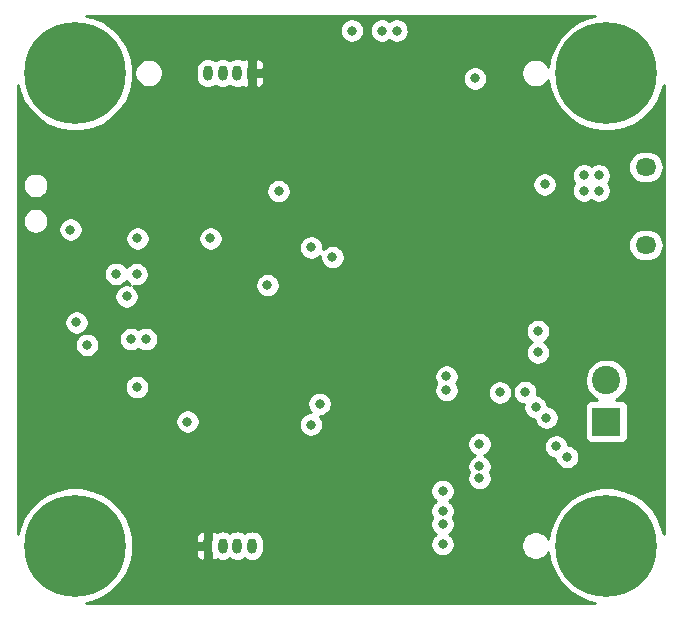
<source format=gbr>
%TF.GenerationSoftware,KiCad,Pcbnew,(5.1.6)-1*%
%TF.CreationDate,2020-09-25T18:38:39+02:00*%
%TF.ProjectId,STM32F4_REV2,53544d33-3246-4345-9f52-4556322e6b69,rev?*%
%TF.SameCoordinates,Original*%
%TF.FileFunction,Copper,L3,Inr*%
%TF.FilePolarity,Positive*%
%FSLAX46Y46*%
G04 Gerber Fmt 4.6, Leading zero omitted, Abs format (unit mm)*
G04 Created by KiCad (PCBNEW (5.1.6)-1) date 2020-09-25 18:38:39*
%MOMM*%
%LPD*%
G01*
G04 APERTURE LIST*
%TA.AperFunction,ViaPad*%
%ADD10C,8.600000*%
%TD*%
%TA.AperFunction,ViaPad*%
%ADD11C,0.900000*%
%TD*%
%TA.AperFunction,ViaPad*%
%ADD12R,2.400000X2.400000*%
%TD*%
%TA.AperFunction,ViaPad*%
%ADD13C,2.400000*%
%TD*%
%TA.AperFunction,ViaPad*%
%ADD14O,0.800000X1.300000*%
%TD*%
%TA.AperFunction,ViaPad*%
%ADD15O,1.750000X1.500000*%
%TD*%
%TA.AperFunction,ViaPad*%
%ADD16C,0.800000*%
%TD*%
%TA.AperFunction,Conductor*%
%ADD17C,0.254000*%
%TD*%
G04 APERTURE END LIST*
D10*
%TO.N,GND*%
%TO.C,H1*%
X81250000Y-41000000D03*
D11*
X84475000Y-41000000D03*
X83530419Y-43280419D03*
X81250000Y-44225000D03*
X78969581Y-43280419D03*
X78025000Y-41000000D03*
X78969581Y-38719581D03*
X81250000Y-37775000D03*
X83530419Y-38719581D03*
%TD*%
%TO.N,GND*%
%TO.C,H2*%
X83530419Y-78719581D03*
X81250000Y-77775000D03*
X78969581Y-78719581D03*
X78025000Y-81000000D03*
X78969581Y-83280419D03*
X81250000Y-84225000D03*
X83530419Y-83280419D03*
X84475000Y-81000000D03*
D10*
X81250000Y-81000000D03*
%TD*%
%TO.N,GND*%
%TO.C,H3*%
X36250000Y-81000000D03*
D11*
X39475000Y-81000000D03*
X38530419Y-83280419D03*
X36250000Y-84225000D03*
X33969581Y-83280419D03*
X33025000Y-81000000D03*
X33969581Y-78719581D03*
X36250000Y-77775000D03*
X38530419Y-78719581D03*
%TD*%
%TO.N,GND*%
%TO.C,H4*%
X38530419Y-38719581D03*
X36250000Y-37775000D03*
X33969581Y-38719581D03*
X33025000Y-41000000D03*
X33969581Y-43280419D03*
X36250000Y-44225000D03*
X38530419Y-43280419D03*
X39475000Y-41000000D03*
D10*
X36250000Y-41000000D03*
%TD*%
D12*
%TO.N,+12V*%
%TO.C,J1*%
X81250000Y-70500000D03*
D13*
%TO.N,GND*%
X81250000Y-67000000D03*
%TD*%
D14*
%TO.N,GND*%
%TO.C,J3*%
X47500000Y-41000000D03*
%TO.N,I2C1_SDA*%
X48750000Y-41000000D03*
%TO.N,I2C1_SCL*%
X50000000Y-41000000D03*
%TO.N,+3V3*%
%TA.AperFunction,ViaPad*%
G36*
G01*
X51650000Y-40550000D02*
X51650000Y-41450000D01*
G75*
G02*
X51450000Y-41650000I-200000J0D01*
G01*
X51050000Y-41650000D01*
G75*
G02*
X50850000Y-41450000I0J200000D01*
G01*
X50850000Y-40550000D01*
G75*
G02*
X51050000Y-40350000I200000J0D01*
G01*
X51450000Y-40350000D01*
G75*
G02*
X51650000Y-40550000I0J-200000D01*
G01*
G37*
%TD.AperFunction*%
%TD*%
%TO.N,+3V3*%
%TO.C,J4*%
%TA.AperFunction,ViaPad*%
G36*
G01*
X47100000Y-81450000D02*
X47100000Y-80550000D01*
G75*
G02*
X47300000Y-80350000I200000J0D01*
G01*
X47700000Y-80350000D01*
G75*
G02*
X47900000Y-80550000I0J-200000D01*
G01*
X47900000Y-81450000D01*
G75*
G02*
X47700000Y-81650000I-200000J0D01*
G01*
X47300000Y-81650000D01*
G75*
G02*
X47100000Y-81450000I0J200000D01*
G01*
G37*
%TD.AperFunction*%
%TO.N,USART3_TX*%
X48750000Y-81000000D03*
%TO.N,USART3_RX*%
X50000000Y-81000000D03*
%TO.N,GND*%
X51250000Y-81000000D03*
%TD*%
D15*
%TO.N,Net-(J5-Pad6)*%
%TO.C,J5*%
X84575000Y-55550000D03*
X84575000Y-48950000D03*
%TD*%
D16*
%TO.N,GND*%
X41550000Y-55000000D03*
%TO.N,+3V3*%
X51725000Y-53250000D03*
%TO.N,GND*%
X35875000Y-54250000D03*
X47725000Y-55000000D03*
X39750000Y-58000000D03*
X37275000Y-64000000D03*
X41000000Y-63525000D03*
X42250000Y-63525000D03*
X41500000Y-67575000D03*
X45775000Y-70500000D03*
X56225000Y-70750000D03*
X56975000Y-69000000D03*
X56250000Y-55750000D03*
X58050000Y-56575000D03*
X70125000Y-41450000D03*
X80600000Y-50950000D03*
X79350000Y-50950000D03*
X79350000Y-49650000D03*
X80600000Y-49650000D03*
X67700000Y-66675000D03*
X67700000Y-67850000D03*
X72225000Y-68025000D03*
X74375000Y-68000000D03*
X75450000Y-62850000D03*
X75450000Y-64650000D03*
X77000000Y-72600000D03*
X77925000Y-73500000D03*
X76175000Y-70175000D03*
X75250000Y-69275000D03*
X67375000Y-76375000D03*
X67375000Y-78075000D03*
X67375000Y-79175000D03*
X67375000Y-80875000D03*
X70500000Y-74300000D03*
X70500000Y-75300000D03*
X70500000Y-72400000D03*
X41475000Y-58025000D03*
X40625000Y-59900000D03*
X36375000Y-62100000D03*
X76025000Y-50425000D03*
X63500000Y-37400000D03*
X62250000Y-37400000D03*
X59700000Y-37400000D03*
%TO.N,+3V3*%
X47025000Y-53250000D03*
X44000000Y-54075000D03*
X35875000Y-49750000D03*
X70100000Y-39250000D03*
X54675000Y-69600000D03*
X48250000Y-70500000D03*
X39000000Y-65725000D03*
X39025000Y-67275000D03*
X42250000Y-59750000D03*
X46000000Y-54225000D03*
X61775000Y-74575000D03*
X61775000Y-73375000D03*
X65200000Y-73375000D03*
X65200000Y-74575000D03*
X62425000Y-77250000D03*
X64600000Y-77250000D03*
X62425000Y-80000000D03*
X64600000Y-80000000D03*
X72550000Y-75075000D03*
X73500000Y-75975000D03*
X55650000Y-58050000D03*
X64800000Y-37350000D03*
%TO.N,NRST*%
X52550000Y-58950000D03*
X53500000Y-51000000D03*
%TD*%
D17*
%TO.N,+3V3*%
G36*
X79810514Y-36254650D02*
G01*
X78912401Y-36626660D01*
X78104121Y-37166735D01*
X77416735Y-37854121D01*
X76876660Y-38662401D01*
X76504650Y-39560514D01*
X76329420Y-40441452D01*
X76323175Y-40426376D01*
X76190646Y-40228032D01*
X76021968Y-40059354D01*
X75823624Y-39926825D01*
X75603236Y-39835538D01*
X75369273Y-39789000D01*
X75130727Y-39789000D01*
X74896764Y-39835538D01*
X74676376Y-39926825D01*
X74478032Y-40059354D01*
X74309354Y-40228032D01*
X74176825Y-40426376D01*
X74085538Y-40646764D01*
X74039000Y-40880727D01*
X74039000Y-41119273D01*
X74085538Y-41353236D01*
X74176825Y-41573624D01*
X74309354Y-41771968D01*
X74478032Y-41940646D01*
X74676376Y-42073175D01*
X74896764Y-42164462D01*
X75130727Y-42211000D01*
X75369273Y-42211000D01*
X75603236Y-42164462D01*
X75823624Y-42073175D01*
X76021968Y-41940646D01*
X76190646Y-41771968D01*
X76323175Y-41573624D01*
X76329420Y-41558548D01*
X76504650Y-42439486D01*
X76876660Y-43337599D01*
X77416735Y-44145879D01*
X78104121Y-44833265D01*
X78912401Y-45373340D01*
X79810514Y-45745350D01*
X80763945Y-45935000D01*
X81736055Y-45935000D01*
X82689486Y-45745350D01*
X83587599Y-45373340D01*
X84395879Y-44833265D01*
X85083265Y-44145879D01*
X85623340Y-43337599D01*
X85995350Y-42439486D01*
X86090000Y-41963650D01*
X86090000Y-48932731D01*
X86064960Y-48678493D01*
X85985764Y-48417419D01*
X85857157Y-48176812D01*
X85684081Y-47965919D01*
X85473188Y-47792843D01*
X85232581Y-47664236D01*
X84971507Y-47585040D01*
X84768037Y-47565000D01*
X84381963Y-47565000D01*
X84178493Y-47585040D01*
X83917419Y-47664236D01*
X83676812Y-47792843D01*
X83465919Y-47965919D01*
X83292843Y-48176812D01*
X83164236Y-48417419D01*
X83085040Y-48678493D01*
X83058299Y-48950000D01*
X83085040Y-49221507D01*
X83164236Y-49482581D01*
X83292843Y-49723188D01*
X83465919Y-49934081D01*
X83676812Y-50107157D01*
X83917419Y-50235764D01*
X84178493Y-50314960D01*
X84381963Y-50335000D01*
X84768037Y-50335000D01*
X84971507Y-50314960D01*
X85232581Y-50235764D01*
X85473188Y-50107157D01*
X85684081Y-49934081D01*
X85857157Y-49723188D01*
X85985764Y-49482581D01*
X86064960Y-49221507D01*
X86090000Y-48967269D01*
X86090000Y-55532733D01*
X86064960Y-55278493D01*
X85985764Y-55017419D01*
X85857157Y-54776812D01*
X85684081Y-54565919D01*
X85473188Y-54392843D01*
X85232581Y-54264236D01*
X84971507Y-54185040D01*
X84768037Y-54165000D01*
X84381963Y-54165000D01*
X84178493Y-54185040D01*
X83917419Y-54264236D01*
X83676812Y-54392843D01*
X83465919Y-54565919D01*
X83292843Y-54776812D01*
X83164236Y-55017419D01*
X83085040Y-55278493D01*
X83058299Y-55550000D01*
X83085040Y-55821507D01*
X83164236Y-56082581D01*
X83292843Y-56323188D01*
X83465919Y-56534081D01*
X83676812Y-56707157D01*
X83917419Y-56835764D01*
X84178493Y-56914960D01*
X84381963Y-56935000D01*
X84768037Y-56935000D01*
X84971507Y-56914960D01*
X85232581Y-56835764D01*
X85473188Y-56707157D01*
X85684081Y-56534081D01*
X85857157Y-56323188D01*
X85985764Y-56082581D01*
X86064960Y-55821507D01*
X86090000Y-55567267D01*
X86090001Y-80036355D01*
X85995350Y-79560514D01*
X85623340Y-78662401D01*
X85083265Y-77854121D01*
X84395879Y-77166735D01*
X83587599Y-76626660D01*
X82689486Y-76254650D01*
X81736055Y-76065000D01*
X80763945Y-76065000D01*
X79810514Y-76254650D01*
X78912401Y-76626660D01*
X78104121Y-77166735D01*
X77416735Y-77854121D01*
X76876660Y-78662401D01*
X76504650Y-79560514D01*
X76329420Y-80441452D01*
X76323175Y-80426376D01*
X76190646Y-80228032D01*
X76021968Y-80059354D01*
X75823624Y-79926825D01*
X75603236Y-79835538D01*
X75369273Y-79789000D01*
X75130727Y-79789000D01*
X74896764Y-79835538D01*
X74676376Y-79926825D01*
X74478032Y-80059354D01*
X74309354Y-80228032D01*
X74176825Y-80426376D01*
X74085538Y-80646764D01*
X74039000Y-80880727D01*
X74039000Y-81119273D01*
X74085538Y-81353236D01*
X74176825Y-81573624D01*
X74309354Y-81771968D01*
X74478032Y-81940646D01*
X74676376Y-82073175D01*
X74896764Y-82164462D01*
X75130727Y-82211000D01*
X75369273Y-82211000D01*
X75603236Y-82164462D01*
X75823624Y-82073175D01*
X76021968Y-81940646D01*
X76190646Y-81771968D01*
X76323175Y-81573624D01*
X76329420Y-81558548D01*
X76504650Y-82439486D01*
X76876660Y-83337599D01*
X77416735Y-84145879D01*
X78104121Y-84833265D01*
X78912401Y-85373340D01*
X79810514Y-85745350D01*
X80286350Y-85840000D01*
X37213650Y-85840000D01*
X37689486Y-85745350D01*
X38587599Y-85373340D01*
X39395879Y-84833265D01*
X40083265Y-84145879D01*
X40623340Y-83337599D01*
X40995350Y-82439486D01*
X41152831Y-81647774D01*
X46461932Y-81647774D01*
X46473758Y-81772298D01*
X46509650Y-81892122D01*
X46568229Y-82002641D01*
X46647244Y-82099608D01*
X46743658Y-82179298D01*
X46853766Y-82238646D01*
X46973336Y-82275374D01*
X47093250Y-82285000D01*
X47252000Y-82126250D01*
X47252000Y-81248000D01*
X46623750Y-81248000D01*
X46465000Y-81406750D01*
X46461932Y-81647774D01*
X41152831Y-81647774D01*
X41185000Y-81486055D01*
X41185000Y-80513945D01*
X41152832Y-80352226D01*
X46461932Y-80352226D01*
X46465000Y-80593250D01*
X46623750Y-80752000D01*
X47252000Y-80752000D01*
X47252000Y-80699163D01*
X47715000Y-80699163D01*
X47715000Y-81300838D01*
X47729976Y-81452895D01*
X47748000Y-81512311D01*
X47748000Y-82126250D01*
X47906750Y-82285000D01*
X48026664Y-82275374D01*
X48146234Y-82238646D01*
X48256342Y-82179298D01*
X48270736Y-82167401D01*
X48352008Y-82210841D01*
X48547106Y-82270024D01*
X48750000Y-82290007D01*
X48952895Y-82270024D01*
X49147993Y-82210841D01*
X49327797Y-82114734D01*
X49375000Y-82075995D01*
X49422204Y-82114734D01*
X49602008Y-82210841D01*
X49797106Y-82270024D01*
X50000000Y-82290007D01*
X50202895Y-82270024D01*
X50397993Y-82210841D01*
X50577797Y-82114734D01*
X50625000Y-82075995D01*
X50672204Y-82114734D01*
X50852008Y-82210841D01*
X51047106Y-82270024D01*
X51250000Y-82290007D01*
X51452895Y-82270024D01*
X51647993Y-82210841D01*
X51827797Y-82114734D01*
X51985396Y-81985396D01*
X52114734Y-81827797D01*
X52210841Y-81647992D01*
X52270024Y-81452894D01*
X52285000Y-81300837D01*
X52285000Y-80699162D01*
X52270024Y-80547105D01*
X52210841Y-80352007D01*
X52114734Y-80172203D01*
X51985396Y-80014604D01*
X51827797Y-79885266D01*
X51647992Y-79789159D01*
X51452894Y-79729976D01*
X51250000Y-79709993D01*
X51047105Y-79729976D01*
X50852007Y-79789159D01*
X50672203Y-79885266D01*
X50625000Y-79924004D01*
X50577797Y-79885266D01*
X50397992Y-79789159D01*
X50202894Y-79729976D01*
X50000000Y-79709993D01*
X49797105Y-79729976D01*
X49602007Y-79789159D01*
X49422203Y-79885266D01*
X49375000Y-79924004D01*
X49327797Y-79885266D01*
X49147992Y-79789159D01*
X48952894Y-79729976D01*
X48750000Y-79709993D01*
X48547105Y-79729976D01*
X48352007Y-79789159D01*
X48270736Y-79832599D01*
X48256342Y-79820702D01*
X48146234Y-79761354D01*
X48026664Y-79724626D01*
X47906750Y-79715000D01*
X47748000Y-79873750D01*
X47748000Y-80487690D01*
X47729976Y-80547106D01*
X47715000Y-80699163D01*
X47252000Y-80699163D01*
X47252000Y-79873750D01*
X47093250Y-79715000D01*
X46973336Y-79724626D01*
X46853766Y-79761354D01*
X46743658Y-79820702D01*
X46647244Y-79900392D01*
X46568229Y-79997359D01*
X46509650Y-80107878D01*
X46473758Y-80227702D01*
X46461932Y-80352226D01*
X41152832Y-80352226D01*
X40995350Y-79560514D01*
X40623340Y-78662401D01*
X40083265Y-77854121D01*
X39395879Y-77166735D01*
X38587599Y-76626660D01*
X37733935Y-76273061D01*
X66340000Y-76273061D01*
X66340000Y-76476939D01*
X66379774Y-76676898D01*
X66457795Y-76865256D01*
X66571063Y-77034774D01*
X66715226Y-77178937D01*
X66784164Y-77225000D01*
X66715226Y-77271063D01*
X66571063Y-77415226D01*
X66457795Y-77584744D01*
X66379774Y-77773102D01*
X66340000Y-77973061D01*
X66340000Y-78176939D01*
X66379774Y-78376898D01*
X66457795Y-78565256D01*
X66497715Y-78625000D01*
X66457795Y-78684744D01*
X66379774Y-78873102D01*
X66340000Y-79073061D01*
X66340000Y-79276939D01*
X66379774Y-79476898D01*
X66457795Y-79665256D01*
X66571063Y-79834774D01*
X66715226Y-79978937D01*
X66784164Y-80025000D01*
X66715226Y-80071063D01*
X66571063Y-80215226D01*
X66457795Y-80384744D01*
X66379774Y-80573102D01*
X66340000Y-80773061D01*
X66340000Y-80976939D01*
X66379774Y-81176898D01*
X66457795Y-81365256D01*
X66571063Y-81534774D01*
X66715226Y-81678937D01*
X66884744Y-81792205D01*
X67073102Y-81870226D01*
X67273061Y-81910000D01*
X67476939Y-81910000D01*
X67676898Y-81870226D01*
X67865256Y-81792205D01*
X68034774Y-81678937D01*
X68178937Y-81534774D01*
X68292205Y-81365256D01*
X68370226Y-81176898D01*
X68410000Y-80976939D01*
X68410000Y-80773061D01*
X68370226Y-80573102D01*
X68292205Y-80384744D01*
X68178937Y-80215226D01*
X68034774Y-80071063D01*
X67965836Y-80025000D01*
X68034774Y-79978937D01*
X68178937Y-79834774D01*
X68292205Y-79665256D01*
X68370226Y-79476898D01*
X68410000Y-79276939D01*
X68410000Y-79073061D01*
X68370226Y-78873102D01*
X68292205Y-78684744D01*
X68252285Y-78625000D01*
X68292205Y-78565256D01*
X68370226Y-78376898D01*
X68410000Y-78176939D01*
X68410000Y-77973061D01*
X68370226Y-77773102D01*
X68292205Y-77584744D01*
X68178937Y-77415226D01*
X68034774Y-77271063D01*
X67965836Y-77225000D01*
X68034774Y-77178937D01*
X68178937Y-77034774D01*
X68292205Y-76865256D01*
X68370226Y-76676898D01*
X68410000Y-76476939D01*
X68410000Y-76273061D01*
X68370226Y-76073102D01*
X68292205Y-75884744D01*
X68178937Y-75715226D01*
X68034774Y-75571063D01*
X67865256Y-75457795D01*
X67676898Y-75379774D01*
X67476939Y-75340000D01*
X67273061Y-75340000D01*
X67073102Y-75379774D01*
X66884744Y-75457795D01*
X66715226Y-75571063D01*
X66571063Y-75715226D01*
X66457795Y-75884744D01*
X66379774Y-76073102D01*
X66340000Y-76273061D01*
X37733935Y-76273061D01*
X37689486Y-76254650D01*
X36736055Y-76065000D01*
X35763945Y-76065000D01*
X34810514Y-76254650D01*
X33912401Y-76626660D01*
X33104121Y-77166735D01*
X32416735Y-77854121D01*
X31876660Y-78662401D01*
X31504650Y-79560514D01*
X31410000Y-80036350D01*
X31410000Y-72298061D01*
X69465000Y-72298061D01*
X69465000Y-72501939D01*
X69504774Y-72701898D01*
X69582795Y-72890256D01*
X69696063Y-73059774D01*
X69840226Y-73203937D01*
X70009744Y-73317205D01*
X70088918Y-73350000D01*
X70009744Y-73382795D01*
X69840226Y-73496063D01*
X69696063Y-73640226D01*
X69582795Y-73809744D01*
X69504774Y-73998102D01*
X69465000Y-74198061D01*
X69465000Y-74401939D01*
X69504774Y-74601898D01*
X69582795Y-74790256D01*
X69589306Y-74800000D01*
X69582795Y-74809744D01*
X69504774Y-74998102D01*
X69465000Y-75198061D01*
X69465000Y-75401939D01*
X69504774Y-75601898D01*
X69582795Y-75790256D01*
X69696063Y-75959774D01*
X69840226Y-76103937D01*
X70009744Y-76217205D01*
X70198102Y-76295226D01*
X70398061Y-76335000D01*
X70601939Y-76335000D01*
X70801898Y-76295226D01*
X70990256Y-76217205D01*
X71159774Y-76103937D01*
X71303937Y-75959774D01*
X71417205Y-75790256D01*
X71495226Y-75601898D01*
X71535000Y-75401939D01*
X71535000Y-75198061D01*
X71495226Y-74998102D01*
X71417205Y-74809744D01*
X71410694Y-74800000D01*
X71417205Y-74790256D01*
X71495226Y-74601898D01*
X71535000Y-74401939D01*
X71535000Y-74198061D01*
X71495226Y-73998102D01*
X71417205Y-73809744D01*
X71303937Y-73640226D01*
X71159774Y-73496063D01*
X70990256Y-73382795D01*
X70911082Y-73350000D01*
X70990256Y-73317205D01*
X71159774Y-73203937D01*
X71303937Y-73059774D01*
X71417205Y-72890256D01*
X71495226Y-72701898D01*
X71535000Y-72501939D01*
X71535000Y-72498061D01*
X75965000Y-72498061D01*
X75965000Y-72701939D01*
X76004774Y-72901898D01*
X76082795Y-73090256D01*
X76196063Y-73259774D01*
X76340226Y-73403937D01*
X76509744Y-73517205D01*
X76698102Y-73595226D01*
X76896515Y-73634692D01*
X76929774Y-73801898D01*
X77007795Y-73990256D01*
X77121063Y-74159774D01*
X77265226Y-74303937D01*
X77434744Y-74417205D01*
X77623102Y-74495226D01*
X77823061Y-74535000D01*
X78026939Y-74535000D01*
X78226898Y-74495226D01*
X78415256Y-74417205D01*
X78584774Y-74303937D01*
X78728937Y-74159774D01*
X78842205Y-73990256D01*
X78920226Y-73801898D01*
X78960000Y-73601939D01*
X78960000Y-73398061D01*
X78920226Y-73198102D01*
X78842205Y-73009744D01*
X78728937Y-72840226D01*
X78584774Y-72696063D01*
X78415256Y-72582795D01*
X78226898Y-72504774D01*
X78028485Y-72465308D01*
X77995226Y-72298102D01*
X77917205Y-72109744D01*
X77803937Y-71940226D01*
X77659774Y-71796063D01*
X77490256Y-71682795D01*
X77301898Y-71604774D01*
X77101939Y-71565000D01*
X76898061Y-71565000D01*
X76698102Y-71604774D01*
X76509744Y-71682795D01*
X76340226Y-71796063D01*
X76196063Y-71940226D01*
X76082795Y-72109744D01*
X76004774Y-72298102D01*
X75965000Y-72498061D01*
X71535000Y-72498061D01*
X71535000Y-72298061D01*
X71495226Y-72098102D01*
X71417205Y-71909744D01*
X71303937Y-71740226D01*
X71159774Y-71596063D01*
X70990256Y-71482795D01*
X70801898Y-71404774D01*
X70601939Y-71365000D01*
X70398061Y-71365000D01*
X70198102Y-71404774D01*
X70009744Y-71482795D01*
X69840226Y-71596063D01*
X69696063Y-71740226D01*
X69582795Y-71909744D01*
X69504774Y-72098102D01*
X69465000Y-72298061D01*
X31410000Y-72298061D01*
X31410000Y-70398061D01*
X44740000Y-70398061D01*
X44740000Y-70601939D01*
X44779774Y-70801898D01*
X44857795Y-70990256D01*
X44971063Y-71159774D01*
X45115226Y-71303937D01*
X45284744Y-71417205D01*
X45473102Y-71495226D01*
X45673061Y-71535000D01*
X45876939Y-71535000D01*
X46076898Y-71495226D01*
X46265256Y-71417205D01*
X46434774Y-71303937D01*
X46578937Y-71159774D01*
X46692205Y-70990256D01*
X46770226Y-70801898D01*
X46800825Y-70648061D01*
X55190000Y-70648061D01*
X55190000Y-70851939D01*
X55229774Y-71051898D01*
X55307795Y-71240256D01*
X55421063Y-71409774D01*
X55565226Y-71553937D01*
X55734744Y-71667205D01*
X55923102Y-71745226D01*
X56123061Y-71785000D01*
X56326939Y-71785000D01*
X56526898Y-71745226D01*
X56715256Y-71667205D01*
X56884774Y-71553937D01*
X57028937Y-71409774D01*
X57142205Y-71240256D01*
X57220226Y-71051898D01*
X57260000Y-70851939D01*
X57260000Y-70648061D01*
X57220226Y-70448102D01*
X57142205Y-70259744D01*
X57028937Y-70090226D01*
X56973711Y-70035000D01*
X57076939Y-70035000D01*
X57276898Y-69995226D01*
X57465256Y-69917205D01*
X57634774Y-69803937D01*
X57778937Y-69659774D01*
X57892205Y-69490256D01*
X57970226Y-69301898D01*
X58010000Y-69101939D01*
X58010000Y-68898061D01*
X57970226Y-68698102D01*
X57892205Y-68509744D01*
X57778937Y-68340226D01*
X57634774Y-68196063D01*
X57465256Y-68082795D01*
X57276898Y-68004774D01*
X57076939Y-67965000D01*
X56873061Y-67965000D01*
X56673102Y-68004774D01*
X56484744Y-68082795D01*
X56315226Y-68196063D01*
X56171063Y-68340226D01*
X56057795Y-68509744D01*
X55979774Y-68698102D01*
X55940000Y-68898061D01*
X55940000Y-69101939D01*
X55979774Y-69301898D01*
X56057795Y-69490256D01*
X56171063Y-69659774D01*
X56226289Y-69715000D01*
X56123061Y-69715000D01*
X55923102Y-69754774D01*
X55734744Y-69832795D01*
X55565226Y-69946063D01*
X55421063Y-70090226D01*
X55307795Y-70259744D01*
X55229774Y-70448102D01*
X55190000Y-70648061D01*
X46800825Y-70648061D01*
X46810000Y-70601939D01*
X46810000Y-70398061D01*
X46770226Y-70198102D01*
X46692205Y-70009744D01*
X46578937Y-69840226D01*
X46434774Y-69696063D01*
X46265256Y-69582795D01*
X46076898Y-69504774D01*
X45876939Y-69465000D01*
X45673061Y-69465000D01*
X45473102Y-69504774D01*
X45284744Y-69582795D01*
X45115226Y-69696063D01*
X44971063Y-69840226D01*
X44857795Y-70009744D01*
X44779774Y-70198102D01*
X44740000Y-70398061D01*
X31410000Y-70398061D01*
X31410000Y-67473061D01*
X40465000Y-67473061D01*
X40465000Y-67676939D01*
X40504774Y-67876898D01*
X40582795Y-68065256D01*
X40696063Y-68234774D01*
X40840226Y-68378937D01*
X41009744Y-68492205D01*
X41198102Y-68570226D01*
X41398061Y-68610000D01*
X41601939Y-68610000D01*
X41801898Y-68570226D01*
X41990256Y-68492205D01*
X42159774Y-68378937D01*
X42303937Y-68234774D01*
X42417205Y-68065256D01*
X42495226Y-67876898D01*
X42535000Y-67676939D01*
X42535000Y-67473061D01*
X42495226Y-67273102D01*
X42417205Y-67084744D01*
X42303937Y-66915226D01*
X42159774Y-66771063D01*
X41990256Y-66657795D01*
X41801898Y-66579774D01*
X41768150Y-66573061D01*
X66665000Y-66573061D01*
X66665000Y-66776939D01*
X66704774Y-66976898D01*
X66782795Y-67165256D01*
X66847771Y-67262500D01*
X66782795Y-67359744D01*
X66704774Y-67548102D01*
X66665000Y-67748061D01*
X66665000Y-67951939D01*
X66704774Y-68151898D01*
X66782795Y-68340256D01*
X66896063Y-68509774D01*
X67040226Y-68653937D01*
X67209744Y-68767205D01*
X67398102Y-68845226D01*
X67598061Y-68885000D01*
X67801939Y-68885000D01*
X68001898Y-68845226D01*
X68190256Y-68767205D01*
X68359774Y-68653937D01*
X68503937Y-68509774D01*
X68617205Y-68340256D01*
X68695226Y-68151898D01*
X68735000Y-67951939D01*
X68735000Y-67923061D01*
X71190000Y-67923061D01*
X71190000Y-68126939D01*
X71229774Y-68326898D01*
X71307795Y-68515256D01*
X71421063Y-68684774D01*
X71565226Y-68828937D01*
X71734744Y-68942205D01*
X71923102Y-69020226D01*
X72123061Y-69060000D01*
X72326939Y-69060000D01*
X72526898Y-69020226D01*
X72715256Y-68942205D01*
X72884774Y-68828937D01*
X73028937Y-68684774D01*
X73142205Y-68515256D01*
X73220226Y-68326898D01*
X73260000Y-68126939D01*
X73260000Y-67923061D01*
X73255028Y-67898061D01*
X73340000Y-67898061D01*
X73340000Y-68101939D01*
X73379774Y-68301898D01*
X73457795Y-68490256D01*
X73571063Y-68659774D01*
X73715226Y-68803937D01*
X73884744Y-68917205D01*
X74073102Y-68995226D01*
X74243626Y-69029145D01*
X74215000Y-69173061D01*
X74215000Y-69376939D01*
X74254774Y-69576898D01*
X74332795Y-69765256D01*
X74446063Y-69934774D01*
X74590226Y-70078937D01*
X74759744Y-70192205D01*
X74948102Y-70270226D01*
X75146515Y-70309692D01*
X75179774Y-70476898D01*
X75257795Y-70665256D01*
X75371063Y-70834774D01*
X75515226Y-70978937D01*
X75684744Y-71092205D01*
X75873102Y-71170226D01*
X76073061Y-71210000D01*
X76276939Y-71210000D01*
X76476898Y-71170226D01*
X76665256Y-71092205D01*
X76834774Y-70978937D01*
X76978937Y-70834774D01*
X77092205Y-70665256D01*
X77170226Y-70476898D01*
X77210000Y-70276939D01*
X77210000Y-70073061D01*
X77170226Y-69873102D01*
X77092205Y-69684744D01*
X76978937Y-69515226D01*
X76834774Y-69371063D01*
X76728421Y-69300000D01*
X79411928Y-69300000D01*
X79411928Y-71700000D01*
X79424188Y-71824482D01*
X79460498Y-71944180D01*
X79519463Y-72054494D01*
X79598815Y-72151185D01*
X79695506Y-72230537D01*
X79805820Y-72289502D01*
X79925518Y-72325812D01*
X80050000Y-72338072D01*
X82450000Y-72338072D01*
X82574482Y-72325812D01*
X82694180Y-72289502D01*
X82804494Y-72230537D01*
X82901185Y-72151185D01*
X82980537Y-72054494D01*
X83039502Y-71944180D01*
X83075812Y-71824482D01*
X83088072Y-71700000D01*
X83088072Y-69300000D01*
X83075812Y-69175518D01*
X83039502Y-69055820D01*
X82980537Y-68945506D01*
X82901185Y-68848815D01*
X82804494Y-68769463D01*
X82694180Y-68710498D01*
X82574482Y-68674188D01*
X82450000Y-68661928D01*
X82032838Y-68661928D01*
X82119199Y-68626156D01*
X82419744Y-68425338D01*
X82675338Y-68169744D01*
X82876156Y-67869199D01*
X83014482Y-67535250D01*
X83085000Y-67180732D01*
X83085000Y-66819268D01*
X83014482Y-66464750D01*
X82876156Y-66130801D01*
X82675338Y-65830256D01*
X82419744Y-65574662D01*
X82119199Y-65373844D01*
X81785250Y-65235518D01*
X81430732Y-65165000D01*
X81069268Y-65165000D01*
X80714750Y-65235518D01*
X80380801Y-65373844D01*
X80080256Y-65574662D01*
X79824662Y-65830256D01*
X79623844Y-66130801D01*
X79485518Y-66464750D01*
X79415000Y-66819268D01*
X79415000Y-67180732D01*
X79485518Y-67535250D01*
X79623844Y-67869199D01*
X79824662Y-68169744D01*
X80080256Y-68425338D01*
X80380801Y-68626156D01*
X80467162Y-68661928D01*
X80050000Y-68661928D01*
X79925518Y-68674188D01*
X79805820Y-68710498D01*
X79695506Y-68769463D01*
X79598815Y-68848815D01*
X79519463Y-68945506D01*
X79460498Y-69055820D01*
X79424188Y-69175518D01*
X79411928Y-69300000D01*
X76728421Y-69300000D01*
X76665256Y-69257795D01*
X76476898Y-69179774D01*
X76278485Y-69140308D01*
X76245226Y-68973102D01*
X76167205Y-68784744D01*
X76053937Y-68615226D01*
X75909774Y-68471063D01*
X75740256Y-68357795D01*
X75551898Y-68279774D01*
X75381374Y-68245855D01*
X75410000Y-68101939D01*
X75410000Y-67898061D01*
X75370226Y-67698102D01*
X75292205Y-67509744D01*
X75178937Y-67340226D01*
X75034774Y-67196063D01*
X74865256Y-67082795D01*
X74676898Y-67004774D01*
X74476939Y-66965000D01*
X74273061Y-66965000D01*
X74073102Y-67004774D01*
X73884744Y-67082795D01*
X73715226Y-67196063D01*
X73571063Y-67340226D01*
X73457795Y-67509744D01*
X73379774Y-67698102D01*
X73340000Y-67898061D01*
X73255028Y-67898061D01*
X73220226Y-67723102D01*
X73142205Y-67534744D01*
X73028937Y-67365226D01*
X72884774Y-67221063D01*
X72715256Y-67107795D01*
X72526898Y-67029774D01*
X72326939Y-66990000D01*
X72123061Y-66990000D01*
X71923102Y-67029774D01*
X71734744Y-67107795D01*
X71565226Y-67221063D01*
X71421063Y-67365226D01*
X71307795Y-67534744D01*
X71229774Y-67723102D01*
X71190000Y-67923061D01*
X68735000Y-67923061D01*
X68735000Y-67748061D01*
X68695226Y-67548102D01*
X68617205Y-67359744D01*
X68552229Y-67262500D01*
X68617205Y-67165256D01*
X68695226Y-66976898D01*
X68735000Y-66776939D01*
X68735000Y-66573061D01*
X68695226Y-66373102D01*
X68617205Y-66184744D01*
X68503937Y-66015226D01*
X68359774Y-65871063D01*
X68190256Y-65757795D01*
X68001898Y-65679774D01*
X67801939Y-65640000D01*
X67598061Y-65640000D01*
X67398102Y-65679774D01*
X67209744Y-65757795D01*
X67040226Y-65871063D01*
X66896063Y-66015226D01*
X66782795Y-66184744D01*
X66704774Y-66373102D01*
X66665000Y-66573061D01*
X41768150Y-66573061D01*
X41601939Y-66540000D01*
X41398061Y-66540000D01*
X41198102Y-66579774D01*
X41009744Y-66657795D01*
X40840226Y-66771063D01*
X40696063Y-66915226D01*
X40582795Y-67084744D01*
X40504774Y-67273102D01*
X40465000Y-67473061D01*
X31410000Y-67473061D01*
X31410000Y-63898061D01*
X36240000Y-63898061D01*
X36240000Y-64101939D01*
X36279774Y-64301898D01*
X36357795Y-64490256D01*
X36471063Y-64659774D01*
X36615226Y-64803937D01*
X36784744Y-64917205D01*
X36973102Y-64995226D01*
X37173061Y-65035000D01*
X37376939Y-65035000D01*
X37576898Y-64995226D01*
X37765256Y-64917205D01*
X37934774Y-64803937D01*
X38078937Y-64659774D01*
X38192205Y-64490256D01*
X38270226Y-64301898D01*
X38310000Y-64101939D01*
X38310000Y-63898061D01*
X38270226Y-63698102D01*
X38192205Y-63509744D01*
X38134286Y-63423061D01*
X39965000Y-63423061D01*
X39965000Y-63626939D01*
X40004774Y-63826898D01*
X40082795Y-64015256D01*
X40196063Y-64184774D01*
X40340226Y-64328937D01*
X40509744Y-64442205D01*
X40698102Y-64520226D01*
X40898061Y-64560000D01*
X41101939Y-64560000D01*
X41301898Y-64520226D01*
X41490256Y-64442205D01*
X41625000Y-64352172D01*
X41759744Y-64442205D01*
X41948102Y-64520226D01*
X42148061Y-64560000D01*
X42351939Y-64560000D01*
X42551898Y-64520226D01*
X42740256Y-64442205D01*
X42909774Y-64328937D01*
X43053937Y-64184774D01*
X43167205Y-64015256D01*
X43245226Y-63826898D01*
X43285000Y-63626939D01*
X43285000Y-63423061D01*
X43245226Y-63223102D01*
X43167205Y-63034744D01*
X43053937Y-62865226D01*
X42936772Y-62748061D01*
X74415000Y-62748061D01*
X74415000Y-62951939D01*
X74454774Y-63151898D01*
X74532795Y-63340256D01*
X74646063Y-63509774D01*
X74790226Y-63653937D01*
X74933995Y-63750000D01*
X74790226Y-63846063D01*
X74646063Y-63990226D01*
X74532795Y-64159744D01*
X74454774Y-64348102D01*
X74415000Y-64548061D01*
X74415000Y-64751939D01*
X74454774Y-64951898D01*
X74532795Y-65140256D01*
X74646063Y-65309774D01*
X74790226Y-65453937D01*
X74959744Y-65567205D01*
X75148102Y-65645226D01*
X75348061Y-65685000D01*
X75551939Y-65685000D01*
X75751898Y-65645226D01*
X75940256Y-65567205D01*
X76109774Y-65453937D01*
X76253937Y-65309774D01*
X76367205Y-65140256D01*
X76445226Y-64951898D01*
X76485000Y-64751939D01*
X76485000Y-64548061D01*
X76445226Y-64348102D01*
X76367205Y-64159744D01*
X76253937Y-63990226D01*
X76109774Y-63846063D01*
X75966005Y-63750000D01*
X76109774Y-63653937D01*
X76253937Y-63509774D01*
X76367205Y-63340256D01*
X76445226Y-63151898D01*
X76485000Y-62951939D01*
X76485000Y-62748061D01*
X76445226Y-62548102D01*
X76367205Y-62359744D01*
X76253937Y-62190226D01*
X76109774Y-62046063D01*
X75940256Y-61932795D01*
X75751898Y-61854774D01*
X75551939Y-61815000D01*
X75348061Y-61815000D01*
X75148102Y-61854774D01*
X74959744Y-61932795D01*
X74790226Y-62046063D01*
X74646063Y-62190226D01*
X74532795Y-62359744D01*
X74454774Y-62548102D01*
X74415000Y-62748061D01*
X42936772Y-62748061D01*
X42909774Y-62721063D01*
X42740256Y-62607795D01*
X42551898Y-62529774D01*
X42351939Y-62490000D01*
X42148061Y-62490000D01*
X41948102Y-62529774D01*
X41759744Y-62607795D01*
X41625000Y-62697828D01*
X41490256Y-62607795D01*
X41301898Y-62529774D01*
X41101939Y-62490000D01*
X40898061Y-62490000D01*
X40698102Y-62529774D01*
X40509744Y-62607795D01*
X40340226Y-62721063D01*
X40196063Y-62865226D01*
X40082795Y-63034744D01*
X40004774Y-63223102D01*
X39965000Y-63423061D01*
X38134286Y-63423061D01*
X38078937Y-63340226D01*
X37934774Y-63196063D01*
X37765256Y-63082795D01*
X37576898Y-63004774D01*
X37376939Y-62965000D01*
X37173061Y-62965000D01*
X36973102Y-63004774D01*
X36784744Y-63082795D01*
X36615226Y-63196063D01*
X36471063Y-63340226D01*
X36357795Y-63509744D01*
X36279774Y-63698102D01*
X36240000Y-63898061D01*
X31410000Y-63898061D01*
X31410000Y-61998061D01*
X35340000Y-61998061D01*
X35340000Y-62201939D01*
X35379774Y-62401898D01*
X35457795Y-62590256D01*
X35571063Y-62759774D01*
X35715226Y-62903937D01*
X35884744Y-63017205D01*
X36073102Y-63095226D01*
X36273061Y-63135000D01*
X36476939Y-63135000D01*
X36676898Y-63095226D01*
X36865256Y-63017205D01*
X37034774Y-62903937D01*
X37178937Y-62759774D01*
X37292205Y-62590256D01*
X37370226Y-62401898D01*
X37410000Y-62201939D01*
X37410000Y-61998061D01*
X37370226Y-61798102D01*
X37292205Y-61609744D01*
X37178937Y-61440226D01*
X37034774Y-61296063D01*
X36865256Y-61182795D01*
X36676898Y-61104774D01*
X36476939Y-61065000D01*
X36273061Y-61065000D01*
X36073102Y-61104774D01*
X35884744Y-61182795D01*
X35715226Y-61296063D01*
X35571063Y-61440226D01*
X35457795Y-61609744D01*
X35379774Y-61798102D01*
X35340000Y-61998061D01*
X31410000Y-61998061D01*
X31410000Y-57898061D01*
X38715000Y-57898061D01*
X38715000Y-58101939D01*
X38754774Y-58301898D01*
X38832795Y-58490256D01*
X38946063Y-58659774D01*
X39090226Y-58803937D01*
X39259744Y-58917205D01*
X39448102Y-58995226D01*
X39648061Y-59035000D01*
X39851939Y-59035000D01*
X40051898Y-58995226D01*
X40240256Y-58917205D01*
X40409774Y-58803937D01*
X40553937Y-58659774D01*
X40604148Y-58584628D01*
X40671063Y-58684774D01*
X40815226Y-58828937D01*
X40931703Y-58906764D01*
X40926898Y-58904774D01*
X40726939Y-58865000D01*
X40523061Y-58865000D01*
X40323102Y-58904774D01*
X40134744Y-58982795D01*
X39965226Y-59096063D01*
X39821063Y-59240226D01*
X39707795Y-59409744D01*
X39629774Y-59598102D01*
X39590000Y-59798061D01*
X39590000Y-60001939D01*
X39629774Y-60201898D01*
X39707795Y-60390256D01*
X39821063Y-60559774D01*
X39965226Y-60703937D01*
X40134744Y-60817205D01*
X40323102Y-60895226D01*
X40523061Y-60935000D01*
X40726939Y-60935000D01*
X40926898Y-60895226D01*
X41115256Y-60817205D01*
X41284774Y-60703937D01*
X41428937Y-60559774D01*
X41542205Y-60390256D01*
X41620226Y-60201898D01*
X41660000Y-60001939D01*
X41660000Y-59798061D01*
X41620226Y-59598102D01*
X41542205Y-59409744D01*
X41428937Y-59240226D01*
X41284774Y-59096063D01*
X41168297Y-59018236D01*
X41173102Y-59020226D01*
X41373061Y-59060000D01*
X41576939Y-59060000D01*
X41776898Y-59020226D01*
X41965256Y-58942205D01*
X42106152Y-58848061D01*
X51515000Y-58848061D01*
X51515000Y-59051939D01*
X51554774Y-59251898D01*
X51632795Y-59440256D01*
X51746063Y-59609774D01*
X51890226Y-59753937D01*
X52059744Y-59867205D01*
X52248102Y-59945226D01*
X52448061Y-59985000D01*
X52651939Y-59985000D01*
X52851898Y-59945226D01*
X53040256Y-59867205D01*
X53209774Y-59753937D01*
X53353937Y-59609774D01*
X53467205Y-59440256D01*
X53545226Y-59251898D01*
X53585000Y-59051939D01*
X53585000Y-58848061D01*
X53545226Y-58648102D01*
X53467205Y-58459744D01*
X53353937Y-58290226D01*
X53209774Y-58146063D01*
X53040256Y-58032795D01*
X52851898Y-57954774D01*
X52651939Y-57915000D01*
X52448061Y-57915000D01*
X52248102Y-57954774D01*
X52059744Y-58032795D01*
X51890226Y-58146063D01*
X51746063Y-58290226D01*
X51632795Y-58459744D01*
X51554774Y-58648102D01*
X51515000Y-58848061D01*
X42106152Y-58848061D01*
X42134774Y-58828937D01*
X42278937Y-58684774D01*
X42392205Y-58515256D01*
X42470226Y-58326898D01*
X42510000Y-58126939D01*
X42510000Y-57923061D01*
X42470226Y-57723102D01*
X42392205Y-57534744D01*
X42278937Y-57365226D01*
X42134774Y-57221063D01*
X41965256Y-57107795D01*
X41776898Y-57029774D01*
X41576939Y-56990000D01*
X41373061Y-56990000D01*
X41173102Y-57029774D01*
X40984744Y-57107795D01*
X40815226Y-57221063D01*
X40671063Y-57365226D01*
X40620852Y-57440372D01*
X40553937Y-57340226D01*
X40409774Y-57196063D01*
X40240256Y-57082795D01*
X40051898Y-57004774D01*
X39851939Y-56965000D01*
X39648061Y-56965000D01*
X39448102Y-57004774D01*
X39259744Y-57082795D01*
X39090226Y-57196063D01*
X38946063Y-57340226D01*
X38832795Y-57509744D01*
X38754774Y-57698102D01*
X38715000Y-57898061D01*
X31410000Y-57898061D01*
X31410000Y-53393137D01*
X31835000Y-53393137D01*
X31835000Y-53606863D01*
X31876696Y-53816483D01*
X31958485Y-54013940D01*
X32077225Y-54191647D01*
X32228353Y-54342775D01*
X32406060Y-54461515D01*
X32603517Y-54543304D01*
X32813137Y-54585000D01*
X33026863Y-54585000D01*
X33236483Y-54543304D01*
X33433940Y-54461515D01*
X33611647Y-54342775D01*
X33762775Y-54191647D01*
X33791898Y-54148061D01*
X34840000Y-54148061D01*
X34840000Y-54351939D01*
X34879774Y-54551898D01*
X34957795Y-54740256D01*
X35071063Y-54909774D01*
X35215226Y-55053937D01*
X35384744Y-55167205D01*
X35573102Y-55245226D01*
X35773061Y-55285000D01*
X35976939Y-55285000D01*
X36176898Y-55245226D01*
X36365256Y-55167205D01*
X36534774Y-55053937D01*
X36678937Y-54909774D01*
X36686763Y-54898061D01*
X40515000Y-54898061D01*
X40515000Y-55101939D01*
X40554774Y-55301898D01*
X40632795Y-55490256D01*
X40746063Y-55659774D01*
X40890226Y-55803937D01*
X41059744Y-55917205D01*
X41248102Y-55995226D01*
X41448061Y-56035000D01*
X41651939Y-56035000D01*
X41851898Y-55995226D01*
X42040256Y-55917205D01*
X42209774Y-55803937D01*
X42353937Y-55659774D01*
X42467205Y-55490256D01*
X42545226Y-55301898D01*
X42585000Y-55101939D01*
X42585000Y-54898061D01*
X46690000Y-54898061D01*
X46690000Y-55101939D01*
X46729774Y-55301898D01*
X46807795Y-55490256D01*
X46921063Y-55659774D01*
X47065226Y-55803937D01*
X47234744Y-55917205D01*
X47423102Y-55995226D01*
X47623061Y-56035000D01*
X47826939Y-56035000D01*
X48026898Y-55995226D01*
X48215256Y-55917205D01*
X48384774Y-55803937D01*
X48528937Y-55659774D01*
X48536763Y-55648061D01*
X55215000Y-55648061D01*
X55215000Y-55851939D01*
X55254774Y-56051898D01*
X55332795Y-56240256D01*
X55446063Y-56409774D01*
X55590226Y-56553937D01*
X55759744Y-56667205D01*
X55948102Y-56745226D01*
X56148061Y-56785000D01*
X56351939Y-56785000D01*
X56551898Y-56745226D01*
X56740256Y-56667205D01*
X56909774Y-56553937D01*
X57021046Y-56442665D01*
X57015000Y-56473061D01*
X57015000Y-56676939D01*
X57054774Y-56876898D01*
X57132795Y-57065256D01*
X57246063Y-57234774D01*
X57390226Y-57378937D01*
X57559744Y-57492205D01*
X57748102Y-57570226D01*
X57948061Y-57610000D01*
X58151939Y-57610000D01*
X58351898Y-57570226D01*
X58540256Y-57492205D01*
X58709774Y-57378937D01*
X58853937Y-57234774D01*
X58967205Y-57065256D01*
X59045226Y-56876898D01*
X59085000Y-56676939D01*
X59085000Y-56473061D01*
X59045226Y-56273102D01*
X58967205Y-56084744D01*
X58853937Y-55915226D01*
X58709774Y-55771063D01*
X58540256Y-55657795D01*
X58351898Y-55579774D01*
X58151939Y-55540000D01*
X57948061Y-55540000D01*
X57748102Y-55579774D01*
X57559744Y-55657795D01*
X57390226Y-55771063D01*
X57278954Y-55882335D01*
X57285000Y-55851939D01*
X57285000Y-55648061D01*
X57245226Y-55448102D01*
X57167205Y-55259744D01*
X57053937Y-55090226D01*
X56909774Y-54946063D01*
X56740256Y-54832795D01*
X56551898Y-54754774D01*
X56351939Y-54715000D01*
X56148061Y-54715000D01*
X55948102Y-54754774D01*
X55759744Y-54832795D01*
X55590226Y-54946063D01*
X55446063Y-55090226D01*
X55332795Y-55259744D01*
X55254774Y-55448102D01*
X55215000Y-55648061D01*
X48536763Y-55648061D01*
X48642205Y-55490256D01*
X48720226Y-55301898D01*
X48760000Y-55101939D01*
X48760000Y-54898061D01*
X48720226Y-54698102D01*
X48642205Y-54509744D01*
X48528937Y-54340226D01*
X48384774Y-54196063D01*
X48215256Y-54082795D01*
X48026898Y-54004774D01*
X47826939Y-53965000D01*
X47623061Y-53965000D01*
X47423102Y-54004774D01*
X47234744Y-54082795D01*
X47065226Y-54196063D01*
X46921063Y-54340226D01*
X46807795Y-54509744D01*
X46729774Y-54698102D01*
X46690000Y-54898061D01*
X42585000Y-54898061D01*
X42545226Y-54698102D01*
X42467205Y-54509744D01*
X42353937Y-54340226D01*
X42209774Y-54196063D01*
X42040256Y-54082795D01*
X41851898Y-54004774D01*
X41651939Y-53965000D01*
X41448061Y-53965000D01*
X41248102Y-54004774D01*
X41059744Y-54082795D01*
X40890226Y-54196063D01*
X40746063Y-54340226D01*
X40632795Y-54509744D01*
X40554774Y-54698102D01*
X40515000Y-54898061D01*
X36686763Y-54898061D01*
X36792205Y-54740256D01*
X36870226Y-54551898D01*
X36910000Y-54351939D01*
X36910000Y-54148061D01*
X36870226Y-53948102D01*
X36792205Y-53759744D01*
X36678937Y-53590226D01*
X36534774Y-53446063D01*
X36365256Y-53332795D01*
X36176898Y-53254774D01*
X35976939Y-53215000D01*
X35773061Y-53215000D01*
X35573102Y-53254774D01*
X35384744Y-53332795D01*
X35215226Y-53446063D01*
X35071063Y-53590226D01*
X34957795Y-53759744D01*
X34879774Y-53948102D01*
X34840000Y-54148061D01*
X33791898Y-54148061D01*
X33881515Y-54013940D01*
X33963304Y-53816483D01*
X34005000Y-53606863D01*
X34005000Y-53393137D01*
X33963304Y-53183517D01*
X33881515Y-52986060D01*
X33762775Y-52808353D01*
X33611647Y-52657225D01*
X33433940Y-52538485D01*
X33236483Y-52456696D01*
X33026863Y-52415000D01*
X32813137Y-52415000D01*
X32603517Y-52456696D01*
X32406060Y-52538485D01*
X32228353Y-52657225D01*
X32077225Y-52808353D01*
X31958485Y-52986060D01*
X31876696Y-53183517D01*
X31835000Y-53393137D01*
X31410000Y-53393137D01*
X31410000Y-50393137D01*
X31835000Y-50393137D01*
X31835000Y-50606863D01*
X31876696Y-50816483D01*
X31958485Y-51013940D01*
X32077225Y-51191647D01*
X32228353Y-51342775D01*
X32406060Y-51461515D01*
X32603517Y-51543304D01*
X32813137Y-51585000D01*
X33026863Y-51585000D01*
X33236483Y-51543304D01*
X33433940Y-51461515D01*
X33611647Y-51342775D01*
X33762775Y-51191647D01*
X33881515Y-51013940D01*
X33929513Y-50898061D01*
X52465000Y-50898061D01*
X52465000Y-51101939D01*
X52504774Y-51301898D01*
X52582795Y-51490256D01*
X52696063Y-51659774D01*
X52840226Y-51803937D01*
X53009744Y-51917205D01*
X53198102Y-51995226D01*
X53398061Y-52035000D01*
X53601939Y-52035000D01*
X53801898Y-51995226D01*
X53990256Y-51917205D01*
X54159774Y-51803937D01*
X54303937Y-51659774D01*
X54417205Y-51490256D01*
X54495226Y-51301898D01*
X54535000Y-51101939D01*
X54535000Y-50898061D01*
X54495226Y-50698102D01*
X54417205Y-50509744D01*
X54303937Y-50340226D01*
X54286772Y-50323061D01*
X74990000Y-50323061D01*
X74990000Y-50526939D01*
X75029774Y-50726898D01*
X75107795Y-50915256D01*
X75221063Y-51084774D01*
X75365226Y-51228937D01*
X75534744Y-51342205D01*
X75723102Y-51420226D01*
X75923061Y-51460000D01*
X76126939Y-51460000D01*
X76326898Y-51420226D01*
X76515256Y-51342205D01*
X76684774Y-51228937D01*
X76828937Y-51084774D01*
X76942205Y-50915256D01*
X77020226Y-50726898D01*
X77060000Y-50526939D01*
X77060000Y-50323061D01*
X77020226Y-50123102D01*
X76942205Y-49934744D01*
X76828937Y-49765226D01*
X76684774Y-49621063D01*
X76575519Y-49548061D01*
X78315000Y-49548061D01*
X78315000Y-49751939D01*
X78354774Y-49951898D01*
X78432795Y-50140256D01*
X78539532Y-50300000D01*
X78432795Y-50459744D01*
X78354774Y-50648102D01*
X78315000Y-50848061D01*
X78315000Y-51051939D01*
X78354774Y-51251898D01*
X78432795Y-51440256D01*
X78546063Y-51609774D01*
X78690226Y-51753937D01*
X78859744Y-51867205D01*
X79048102Y-51945226D01*
X79248061Y-51985000D01*
X79451939Y-51985000D01*
X79651898Y-51945226D01*
X79840256Y-51867205D01*
X79975000Y-51777172D01*
X80109744Y-51867205D01*
X80298102Y-51945226D01*
X80498061Y-51985000D01*
X80701939Y-51985000D01*
X80901898Y-51945226D01*
X81090256Y-51867205D01*
X81259774Y-51753937D01*
X81403937Y-51609774D01*
X81517205Y-51440256D01*
X81595226Y-51251898D01*
X81635000Y-51051939D01*
X81635000Y-50848061D01*
X81595226Y-50648102D01*
X81517205Y-50459744D01*
X81410468Y-50300000D01*
X81517205Y-50140256D01*
X81595226Y-49951898D01*
X81635000Y-49751939D01*
X81635000Y-49548061D01*
X81595226Y-49348102D01*
X81517205Y-49159744D01*
X81403937Y-48990226D01*
X81259774Y-48846063D01*
X81090256Y-48732795D01*
X80901898Y-48654774D01*
X80701939Y-48615000D01*
X80498061Y-48615000D01*
X80298102Y-48654774D01*
X80109744Y-48732795D01*
X79975000Y-48822828D01*
X79840256Y-48732795D01*
X79651898Y-48654774D01*
X79451939Y-48615000D01*
X79248061Y-48615000D01*
X79048102Y-48654774D01*
X78859744Y-48732795D01*
X78690226Y-48846063D01*
X78546063Y-48990226D01*
X78432795Y-49159744D01*
X78354774Y-49348102D01*
X78315000Y-49548061D01*
X76575519Y-49548061D01*
X76515256Y-49507795D01*
X76326898Y-49429774D01*
X76126939Y-49390000D01*
X75923061Y-49390000D01*
X75723102Y-49429774D01*
X75534744Y-49507795D01*
X75365226Y-49621063D01*
X75221063Y-49765226D01*
X75107795Y-49934744D01*
X75029774Y-50123102D01*
X74990000Y-50323061D01*
X54286772Y-50323061D01*
X54159774Y-50196063D01*
X53990256Y-50082795D01*
X53801898Y-50004774D01*
X53601939Y-49965000D01*
X53398061Y-49965000D01*
X53198102Y-50004774D01*
X53009744Y-50082795D01*
X52840226Y-50196063D01*
X52696063Y-50340226D01*
X52582795Y-50509744D01*
X52504774Y-50698102D01*
X52465000Y-50898061D01*
X33929513Y-50898061D01*
X33963304Y-50816483D01*
X34005000Y-50606863D01*
X34005000Y-50393137D01*
X33963304Y-50183517D01*
X33881515Y-49986060D01*
X33762775Y-49808353D01*
X33611647Y-49657225D01*
X33433940Y-49538485D01*
X33236483Y-49456696D01*
X33026863Y-49415000D01*
X32813137Y-49415000D01*
X32603517Y-49456696D01*
X32406060Y-49538485D01*
X32228353Y-49657225D01*
X32077225Y-49808353D01*
X31958485Y-49986060D01*
X31876696Y-50183517D01*
X31835000Y-50393137D01*
X31410000Y-50393137D01*
X31410000Y-41963650D01*
X31504650Y-42439486D01*
X31876660Y-43337599D01*
X32416735Y-44145879D01*
X33104121Y-44833265D01*
X33912401Y-45373340D01*
X34810514Y-45745350D01*
X35763945Y-45935000D01*
X36736055Y-45935000D01*
X37689486Y-45745350D01*
X38587599Y-45373340D01*
X39395879Y-44833265D01*
X40083265Y-44145879D01*
X40623340Y-43337599D01*
X40995350Y-42439486D01*
X41185000Y-41486055D01*
X41185000Y-40880727D01*
X41289000Y-40880727D01*
X41289000Y-41119273D01*
X41335538Y-41353236D01*
X41426825Y-41573624D01*
X41559354Y-41771968D01*
X41728032Y-41940646D01*
X41926376Y-42073175D01*
X42146764Y-42164462D01*
X42380727Y-42211000D01*
X42619273Y-42211000D01*
X42853236Y-42164462D01*
X43073624Y-42073175D01*
X43271968Y-41940646D01*
X43440646Y-41771968D01*
X43573175Y-41573624D01*
X43664462Y-41353236D01*
X43711000Y-41119273D01*
X43711000Y-40880727D01*
X43674885Y-40699162D01*
X46465000Y-40699162D01*
X46465000Y-41300837D01*
X46479976Y-41452894D01*
X46539159Y-41647992D01*
X46635266Y-41827797D01*
X46764604Y-41985396D01*
X46922203Y-42114734D01*
X47102007Y-42210841D01*
X47297105Y-42270024D01*
X47500000Y-42290007D01*
X47702894Y-42270024D01*
X47897992Y-42210841D01*
X48077797Y-42114734D01*
X48125000Y-42075996D01*
X48172203Y-42114734D01*
X48352007Y-42210841D01*
X48547105Y-42270024D01*
X48750000Y-42290007D01*
X48952894Y-42270024D01*
X49147992Y-42210841D01*
X49327797Y-42114734D01*
X49375000Y-42075996D01*
X49422203Y-42114734D01*
X49602007Y-42210841D01*
X49797105Y-42270024D01*
X50000000Y-42290007D01*
X50202894Y-42270024D01*
X50397992Y-42210841D01*
X50479264Y-42167401D01*
X50493658Y-42179298D01*
X50603766Y-42238646D01*
X50723336Y-42275374D01*
X50843250Y-42285000D01*
X51002000Y-42126250D01*
X51002000Y-41512311D01*
X51020024Y-41452895D01*
X51035000Y-41300838D01*
X51035000Y-41248000D01*
X51498000Y-41248000D01*
X51498000Y-42126250D01*
X51656750Y-42285000D01*
X51776664Y-42275374D01*
X51896234Y-42238646D01*
X52006342Y-42179298D01*
X52102756Y-42099608D01*
X52181771Y-42002641D01*
X52240350Y-41892122D01*
X52276242Y-41772298D01*
X52288068Y-41647774D01*
X52285000Y-41406750D01*
X52226311Y-41348061D01*
X69090000Y-41348061D01*
X69090000Y-41551939D01*
X69129774Y-41751898D01*
X69207795Y-41940256D01*
X69321063Y-42109774D01*
X69465226Y-42253937D01*
X69634744Y-42367205D01*
X69823102Y-42445226D01*
X70023061Y-42485000D01*
X70226939Y-42485000D01*
X70426898Y-42445226D01*
X70615256Y-42367205D01*
X70784774Y-42253937D01*
X70928937Y-42109774D01*
X71042205Y-41940256D01*
X71120226Y-41751898D01*
X71160000Y-41551939D01*
X71160000Y-41348061D01*
X71120226Y-41148102D01*
X71042205Y-40959744D01*
X70928937Y-40790226D01*
X70784774Y-40646063D01*
X70615256Y-40532795D01*
X70426898Y-40454774D01*
X70226939Y-40415000D01*
X70023061Y-40415000D01*
X69823102Y-40454774D01*
X69634744Y-40532795D01*
X69465226Y-40646063D01*
X69321063Y-40790226D01*
X69207795Y-40959744D01*
X69129774Y-41148102D01*
X69090000Y-41348061D01*
X52226311Y-41348061D01*
X52126250Y-41248000D01*
X51498000Y-41248000D01*
X51035000Y-41248000D01*
X51035000Y-40699163D01*
X51020024Y-40547106D01*
X51002000Y-40487690D01*
X51002000Y-39873750D01*
X51498000Y-39873750D01*
X51498000Y-40752000D01*
X52126250Y-40752000D01*
X52285000Y-40593250D01*
X52288068Y-40352226D01*
X52276242Y-40227702D01*
X52240350Y-40107878D01*
X52181771Y-39997359D01*
X52102756Y-39900392D01*
X52006342Y-39820702D01*
X51896234Y-39761354D01*
X51776664Y-39724626D01*
X51656750Y-39715000D01*
X51498000Y-39873750D01*
X51002000Y-39873750D01*
X50843250Y-39715000D01*
X50723336Y-39724626D01*
X50603766Y-39761354D01*
X50493658Y-39820702D01*
X50479264Y-39832599D01*
X50397993Y-39789159D01*
X50202895Y-39729976D01*
X50000000Y-39709993D01*
X49797106Y-39729976D01*
X49602008Y-39789159D01*
X49422204Y-39885266D01*
X49375000Y-39924005D01*
X49327797Y-39885266D01*
X49147993Y-39789159D01*
X48952895Y-39729976D01*
X48750000Y-39709993D01*
X48547106Y-39729976D01*
X48352008Y-39789159D01*
X48172204Y-39885266D01*
X48125000Y-39924005D01*
X48077797Y-39885266D01*
X47897993Y-39789159D01*
X47702895Y-39729976D01*
X47500000Y-39709993D01*
X47297106Y-39729976D01*
X47102008Y-39789159D01*
X46922204Y-39885266D01*
X46764605Y-40014604D01*
X46635267Y-40172203D01*
X46539159Y-40352007D01*
X46479976Y-40547105D01*
X46465000Y-40699162D01*
X43674885Y-40699162D01*
X43664462Y-40646764D01*
X43573175Y-40426376D01*
X43440646Y-40228032D01*
X43271968Y-40059354D01*
X43073624Y-39926825D01*
X42853236Y-39835538D01*
X42619273Y-39789000D01*
X42380727Y-39789000D01*
X42146764Y-39835538D01*
X41926376Y-39926825D01*
X41728032Y-40059354D01*
X41559354Y-40228032D01*
X41426825Y-40426376D01*
X41335538Y-40646764D01*
X41289000Y-40880727D01*
X41185000Y-40880727D01*
X41185000Y-40513945D01*
X40995350Y-39560514D01*
X40623340Y-38662401D01*
X40083265Y-37854121D01*
X39527205Y-37298061D01*
X58665000Y-37298061D01*
X58665000Y-37501939D01*
X58704774Y-37701898D01*
X58782795Y-37890256D01*
X58896063Y-38059774D01*
X59040226Y-38203937D01*
X59209744Y-38317205D01*
X59398102Y-38395226D01*
X59598061Y-38435000D01*
X59801939Y-38435000D01*
X60001898Y-38395226D01*
X60190256Y-38317205D01*
X60359774Y-38203937D01*
X60503937Y-38059774D01*
X60617205Y-37890256D01*
X60695226Y-37701898D01*
X60735000Y-37501939D01*
X60735000Y-37298061D01*
X61215000Y-37298061D01*
X61215000Y-37501939D01*
X61254774Y-37701898D01*
X61332795Y-37890256D01*
X61446063Y-38059774D01*
X61590226Y-38203937D01*
X61759744Y-38317205D01*
X61948102Y-38395226D01*
X62148061Y-38435000D01*
X62351939Y-38435000D01*
X62551898Y-38395226D01*
X62740256Y-38317205D01*
X62875000Y-38227172D01*
X63009744Y-38317205D01*
X63198102Y-38395226D01*
X63398061Y-38435000D01*
X63601939Y-38435000D01*
X63801898Y-38395226D01*
X63990256Y-38317205D01*
X64159774Y-38203937D01*
X64303937Y-38059774D01*
X64417205Y-37890256D01*
X64495226Y-37701898D01*
X64535000Y-37501939D01*
X64535000Y-37298061D01*
X64495226Y-37098102D01*
X64417205Y-36909744D01*
X64303937Y-36740226D01*
X64159774Y-36596063D01*
X63990256Y-36482795D01*
X63801898Y-36404774D01*
X63601939Y-36365000D01*
X63398061Y-36365000D01*
X63198102Y-36404774D01*
X63009744Y-36482795D01*
X62875000Y-36572828D01*
X62740256Y-36482795D01*
X62551898Y-36404774D01*
X62351939Y-36365000D01*
X62148061Y-36365000D01*
X61948102Y-36404774D01*
X61759744Y-36482795D01*
X61590226Y-36596063D01*
X61446063Y-36740226D01*
X61332795Y-36909744D01*
X61254774Y-37098102D01*
X61215000Y-37298061D01*
X60735000Y-37298061D01*
X60695226Y-37098102D01*
X60617205Y-36909744D01*
X60503937Y-36740226D01*
X60359774Y-36596063D01*
X60190256Y-36482795D01*
X60001898Y-36404774D01*
X59801939Y-36365000D01*
X59598061Y-36365000D01*
X59398102Y-36404774D01*
X59209744Y-36482795D01*
X59040226Y-36596063D01*
X58896063Y-36740226D01*
X58782795Y-36909744D01*
X58704774Y-37098102D01*
X58665000Y-37298061D01*
X39527205Y-37298061D01*
X39395879Y-37166735D01*
X38587599Y-36626660D01*
X37689486Y-36254650D01*
X37213650Y-36160000D01*
X80286350Y-36160000D01*
X79810514Y-36254650D01*
G37*
X79810514Y-36254650D02*
X78912401Y-36626660D01*
X78104121Y-37166735D01*
X77416735Y-37854121D01*
X76876660Y-38662401D01*
X76504650Y-39560514D01*
X76329420Y-40441452D01*
X76323175Y-40426376D01*
X76190646Y-40228032D01*
X76021968Y-40059354D01*
X75823624Y-39926825D01*
X75603236Y-39835538D01*
X75369273Y-39789000D01*
X75130727Y-39789000D01*
X74896764Y-39835538D01*
X74676376Y-39926825D01*
X74478032Y-40059354D01*
X74309354Y-40228032D01*
X74176825Y-40426376D01*
X74085538Y-40646764D01*
X74039000Y-40880727D01*
X74039000Y-41119273D01*
X74085538Y-41353236D01*
X74176825Y-41573624D01*
X74309354Y-41771968D01*
X74478032Y-41940646D01*
X74676376Y-42073175D01*
X74896764Y-42164462D01*
X75130727Y-42211000D01*
X75369273Y-42211000D01*
X75603236Y-42164462D01*
X75823624Y-42073175D01*
X76021968Y-41940646D01*
X76190646Y-41771968D01*
X76323175Y-41573624D01*
X76329420Y-41558548D01*
X76504650Y-42439486D01*
X76876660Y-43337599D01*
X77416735Y-44145879D01*
X78104121Y-44833265D01*
X78912401Y-45373340D01*
X79810514Y-45745350D01*
X80763945Y-45935000D01*
X81736055Y-45935000D01*
X82689486Y-45745350D01*
X83587599Y-45373340D01*
X84395879Y-44833265D01*
X85083265Y-44145879D01*
X85623340Y-43337599D01*
X85995350Y-42439486D01*
X86090000Y-41963650D01*
X86090000Y-48932731D01*
X86064960Y-48678493D01*
X85985764Y-48417419D01*
X85857157Y-48176812D01*
X85684081Y-47965919D01*
X85473188Y-47792843D01*
X85232581Y-47664236D01*
X84971507Y-47585040D01*
X84768037Y-47565000D01*
X84381963Y-47565000D01*
X84178493Y-47585040D01*
X83917419Y-47664236D01*
X83676812Y-47792843D01*
X83465919Y-47965919D01*
X83292843Y-48176812D01*
X83164236Y-48417419D01*
X83085040Y-48678493D01*
X83058299Y-48950000D01*
X83085040Y-49221507D01*
X83164236Y-49482581D01*
X83292843Y-49723188D01*
X83465919Y-49934081D01*
X83676812Y-50107157D01*
X83917419Y-50235764D01*
X84178493Y-50314960D01*
X84381963Y-50335000D01*
X84768037Y-50335000D01*
X84971507Y-50314960D01*
X85232581Y-50235764D01*
X85473188Y-50107157D01*
X85684081Y-49934081D01*
X85857157Y-49723188D01*
X85985764Y-49482581D01*
X86064960Y-49221507D01*
X86090000Y-48967269D01*
X86090000Y-55532733D01*
X86064960Y-55278493D01*
X85985764Y-55017419D01*
X85857157Y-54776812D01*
X85684081Y-54565919D01*
X85473188Y-54392843D01*
X85232581Y-54264236D01*
X84971507Y-54185040D01*
X84768037Y-54165000D01*
X84381963Y-54165000D01*
X84178493Y-54185040D01*
X83917419Y-54264236D01*
X83676812Y-54392843D01*
X83465919Y-54565919D01*
X83292843Y-54776812D01*
X83164236Y-55017419D01*
X83085040Y-55278493D01*
X83058299Y-55550000D01*
X83085040Y-55821507D01*
X83164236Y-56082581D01*
X83292843Y-56323188D01*
X83465919Y-56534081D01*
X83676812Y-56707157D01*
X83917419Y-56835764D01*
X84178493Y-56914960D01*
X84381963Y-56935000D01*
X84768037Y-56935000D01*
X84971507Y-56914960D01*
X85232581Y-56835764D01*
X85473188Y-56707157D01*
X85684081Y-56534081D01*
X85857157Y-56323188D01*
X85985764Y-56082581D01*
X86064960Y-55821507D01*
X86090000Y-55567267D01*
X86090001Y-80036355D01*
X85995350Y-79560514D01*
X85623340Y-78662401D01*
X85083265Y-77854121D01*
X84395879Y-77166735D01*
X83587599Y-76626660D01*
X82689486Y-76254650D01*
X81736055Y-76065000D01*
X80763945Y-76065000D01*
X79810514Y-76254650D01*
X78912401Y-76626660D01*
X78104121Y-77166735D01*
X77416735Y-77854121D01*
X76876660Y-78662401D01*
X76504650Y-79560514D01*
X76329420Y-80441452D01*
X76323175Y-80426376D01*
X76190646Y-80228032D01*
X76021968Y-80059354D01*
X75823624Y-79926825D01*
X75603236Y-79835538D01*
X75369273Y-79789000D01*
X75130727Y-79789000D01*
X74896764Y-79835538D01*
X74676376Y-79926825D01*
X74478032Y-80059354D01*
X74309354Y-80228032D01*
X74176825Y-80426376D01*
X74085538Y-80646764D01*
X74039000Y-80880727D01*
X74039000Y-81119273D01*
X74085538Y-81353236D01*
X74176825Y-81573624D01*
X74309354Y-81771968D01*
X74478032Y-81940646D01*
X74676376Y-82073175D01*
X74896764Y-82164462D01*
X75130727Y-82211000D01*
X75369273Y-82211000D01*
X75603236Y-82164462D01*
X75823624Y-82073175D01*
X76021968Y-81940646D01*
X76190646Y-81771968D01*
X76323175Y-81573624D01*
X76329420Y-81558548D01*
X76504650Y-82439486D01*
X76876660Y-83337599D01*
X77416735Y-84145879D01*
X78104121Y-84833265D01*
X78912401Y-85373340D01*
X79810514Y-85745350D01*
X80286350Y-85840000D01*
X37213650Y-85840000D01*
X37689486Y-85745350D01*
X38587599Y-85373340D01*
X39395879Y-84833265D01*
X40083265Y-84145879D01*
X40623340Y-83337599D01*
X40995350Y-82439486D01*
X41152831Y-81647774D01*
X46461932Y-81647774D01*
X46473758Y-81772298D01*
X46509650Y-81892122D01*
X46568229Y-82002641D01*
X46647244Y-82099608D01*
X46743658Y-82179298D01*
X46853766Y-82238646D01*
X46973336Y-82275374D01*
X47093250Y-82285000D01*
X47252000Y-82126250D01*
X47252000Y-81248000D01*
X46623750Y-81248000D01*
X46465000Y-81406750D01*
X46461932Y-81647774D01*
X41152831Y-81647774D01*
X41185000Y-81486055D01*
X41185000Y-80513945D01*
X41152832Y-80352226D01*
X46461932Y-80352226D01*
X46465000Y-80593250D01*
X46623750Y-80752000D01*
X47252000Y-80752000D01*
X47252000Y-80699163D01*
X47715000Y-80699163D01*
X47715000Y-81300838D01*
X47729976Y-81452895D01*
X47748000Y-81512311D01*
X47748000Y-82126250D01*
X47906750Y-82285000D01*
X48026664Y-82275374D01*
X48146234Y-82238646D01*
X48256342Y-82179298D01*
X48270736Y-82167401D01*
X48352008Y-82210841D01*
X48547106Y-82270024D01*
X48750000Y-82290007D01*
X48952895Y-82270024D01*
X49147993Y-82210841D01*
X49327797Y-82114734D01*
X49375000Y-82075995D01*
X49422204Y-82114734D01*
X49602008Y-82210841D01*
X49797106Y-82270024D01*
X50000000Y-82290007D01*
X50202895Y-82270024D01*
X50397993Y-82210841D01*
X50577797Y-82114734D01*
X50625000Y-82075995D01*
X50672204Y-82114734D01*
X50852008Y-82210841D01*
X51047106Y-82270024D01*
X51250000Y-82290007D01*
X51452895Y-82270024D01*
X51647993Y-82210841D01*
X51827797Y-82114734D01*
X51985396Y-81985396D01*
X52114734Y-81827797D01*
X52210841Y-81647992D01*
X52270024Y-81452894D01*
X52285000Y-81300837D01*
X52285000Y-80699162D01*
X52270024Y-80547105D01*
X52210841Y-80352007D01*
X52114734Y-80172203D01*
X51985396Y-80014604D01*
X51827797Y-79885266D01*
X51647992Y-79789159D01*
X51452894Y-79729976D01*
X51250000Y-79709993D01*
X51047105Y-79729976D01*
X50852007Y-79789159D01*
X50672203Y-79885266D01*
X50625000Y-79924004D01*
X50577797Y-79885266D01*
X50397992Y-79789159D01*
X50202894Y-79729976D01*
X50000000Y-79709993D01*
X49797105Y-79729976D01*
X49602007Y-79789159D01*
X49422203Y-79885266D01*
X49375000Y-79924004D01*
X49327797Y-79885266D01*
X49147992Y-79789159D01*
X48952894Y-79729976D01*
X48750000Y-79709993D01*
X48547105Y-79729976D01*
X48352007Y-79789159D01*
X48270736Y-79832599D01*
X48256342Y-79820702D01*
X48146234Y-79761354D01*
X48026664Y-79724626D01*
X47906750Y-79715000D01*
X47748000Y-79873750D01*
X47748000Y-80487690D01*
X47729976Y-80547106D01*
X47715000Y-80699163D01*
X47252000Y-80699163D01*
X47252000Y-79873750D01*
X47093250Y-79715000D01*
X46973336Y-79724626D01*
X46853766Y-79761354D01*
X46743658Y-79820702D01*
X46647244Y-79900392D01*
X46568229Y-79997359D01*
X46509650Y-80107878D01*
X46473758Y-80227702D01*
X46461932Y-80352226D01*
X41152832Y-80352226D01*
X40995350Y-79560514D01*
X40623340Y-78662401D01*
X40083265Y-77854121D01*
X39395879Y-77166735D01*
X38587599Y-76626660D01*
X37733935Y-76273061D01*
X66340000Y-76273061D01*
X66340000Y-76476939D01*
X66379774Y-76676898D01*
X66457795Y-76865256D01*
X66571063Y-77034774D01*
X66715226Y-77178937D01*
X66784164Y-77225000D01*
X66715226Y-77271063D01*
X66571063Y-77415226D01*
X66457795Y-77584744D01*
X66379774Y-77773102D01*
X66340000Y-77973061D01*
X66340000Y-78176939D01*
X66379774Y-78376898D01*
X66457795Y-78565256D01*
X66497715Y-78625000D01*
X66457795Y-78684744D01*
X66379774Y-78873102D01*
X66340000Y-79073061D01*
X66340000Y-79276939D01*
X66379774Y-79476898D01*
X66457795Y-79665256D01*
X66571063Y-79834774D01*
X66715226Y-79978937D01*
X66784164Y-80025000D01*
X66715226Y-80071063D01*
X66571063Y-80215226D01*
X66457795Y-80384744D01*
X66379774Y-80573102D01*
X66340000Y-80773061D01*
X66340000Y-80976939D01*
X66379774Y-81176898D01*
X66457795Y-81365256D01*
X66571063Y-81534774D01*
X66715226Y-81678937D01*
X66884744Y-81792205D01*
X67073102Y-81870226D01*
X67273061Y-81910000D01*
X67476939Y-81910000D01*
X67676898Y-81870226D01*
X67865256Y-81792205D01*
X68034774Y-81678937D01*
X68178937Y-81534774D01*
X68292205Y-81365256D01*
X68370226Y-81176898D01*
X68410000Y-80976939D01*
X68410000Y-80773061D01*
X68370226Y-80573102D01*
X68292205Y-80384744D01*
X68178937Y-80215226D01*
X68034774Y-80071063D01*
X67965836Y-80025000D01*
X68034774Y-79978937D01*
X68178937Y-79834774D01*
X68292205Y-79665256D01*
X68370226Y-79476898D01*
X68410000Y-79276939D01*
X68410000Y-79073061D01*
X68370226Y-78873102D01*
X68292205Y-78684744D01*
X68252285Y-78625000D01*
X68292205Y-78565256D01*
X68370226Y-78376898D01*
X68410000Y-78176939D01*
X68410000Y-77973061D01*
X68370226Y-77773102D01*
X68292205Y-77584744D01*
X68178937Y-77415226D01*
X68034774Y-77271063D01*
X67965836Y-77225000D01*
X68034774Y-77178937D01*
X68178937Y-77034774D01*
X68292205Y-76865256D01*
X68370226Y-76676898D01*
X68410000Y-76476939D01*
X68410000Y-76273061D01*
X68370226Y-76073102D01*
X68292205Y-75884744D01*
X68178937Y-75715226D01*
X68034774Y-75571063D01*
X67865256Y-75457795D01*
X67676898Y-75379774D01*
X67476939Y-75340000D01*
X67273061Y-75340000D01*
X67073102Y-75379774D01*
X66884744Y-75457795D01*
X66715226Y-75571063D01*
X66571063Y-75715226D01*
X66457795Y-75884744D01*
X66379774Y-76073102D01*
X66340000Y-76273061D01*
X37733935Y-76273061D01*
X37689486Y-76254650D01*
X36736055Y-76065000D01*
X35763945Y-76065000D01*
X34810514Y-76254650D01*
X33912401Y-76626660D01*
X33104121Y-77166735D01*
X32416735Y-77854121D01*
X31876660Y-78662401D01*
X31504650Y-79560514D01*
X31410000Y-80036350D01*
X31410000Y-72298061D01*
X69465000Y-72298061D01*
X69465000Y-72501939D01*
X69504774Y-72701898D01*
X69582795Y-72890256D01*
X69696063Y-73059774D01*
X69840226Y-73203937D01*
X70009744Y-73317205D01*
X70088918Y-73350000D01*
X70009744Y-73382795D01*
X69840226Y-73496063D01*
X69696063Y-73640226D01*
X69582795Y-73809744D01*
X69504774Y-73998102D01*
X69465000Y-74198061D01*
X69465000Y-74401939D01*
X69504774Y-74601898D01*
X69582795Y-74790256D01*
X69589306Y-74800000D01*
X69582795Y-74809744D01*
X69504774Y-74998102D01*
X69465000Y-75198061D01*
X69465000Y-75401939D01*
X69504774Y-75601898D01*
X69582795Y-75790256D01*
X69696063Y-75959774D01*
X69840226Y-76103937D01*
X70009744Y-76217205D01*
X70198102Y-76295226D01*
X70398061Y-76335000D01*
X70601939Y-76335000D01*
X70801898Y-76295226D01*
X70990256Y-76217205D01*
X71159774Y-76103937D01*
X71303937Y-75959774D01*
X71417205Y-75790256D01*
X71495226Y-75601898D01*
X71535000Y-75401939D01*
X71535000Y-75198061D01*
X71495226Y-74998102D01*
X71417205Y-74809744D01*
X71410694Y-74800000D01*
X71417205Y-74790256D01*
X71495226Y-74601898D01*
X71535000Y-74401939D01*
X71535000Y-74198061D01*
X71495226Y-73998102D01*
X71417205Y-73809744D01*
X71303937Y-73640226D01*
X71159774Y-73496063D01*
X70990256Y-73382795D01*
X70911082Y-73350000D01*
X70990256Y-73317205D01*
X71159774Y-73203937D01*
X71303937Y-73059774D01*
X71417205Y-72890256D01*
X71495226Y-72701898D01*
X71535000Y-72501939D01*
X71535000Y-72498061D01*
X75965000Y-72498061D01*
X75965000Y-72701939D01*
X76004774Y-72901898D01*
X76082795Y-73090256D01*
X76196063Y-73259774D01*
X76340226Y-73403937D01*
X76509744Y-73517205D01*
X76698102Y-73595226D01*
X76896515Y-73634692D01*
X76929774Y-73801898D01*
X77007795Y-73990256D01*
X77121063Y-74159774D01*
X77265226Y-74303937D01*
X77434744Y-74417205D01*
X77623102Y-74495226D01*
X77823061Y-74535000D01*
X78026939Y-74535000D01*
X78226898Y-74495226D01*
X78415256Y-74417205D01*
X78584774Y-74303937D01*
X78728937Y-74159774D01*
X78842205Y-73990256D01*
X78920226Y-73801898D01*
X78960000Y-73601939D01*
X78960000Y-73398061D01*
X78920226Y-73198102D01*
X78842205Y-73009744D01*
X78728937Y-72840226D01*
X78584774Y-72696063D01*
X78415256Y-72582795D01*
X78226898Y-72504774D01*
X78028485Y-72465308D01*
X77995226Y-72298102D01*
X77917205Y-72109744D01*
X77803937Y-71940226D01*
X77659774Y-71796063D01*
X77490256Y-71682795D01*
X77301898Y-71604774D01*
X77101939Y-71565000D01*
X76898061Y-71565000D01*
X76698102Y-71604774D01*
X76509744Y-71682795D01*
X76340226Y-71796063D01*
X76196063Y-71940226D01*
X76082795Y-72109744D01*
X76004774Y-72298102D01*
X75965000Y-72498061D01*
X71535000Y-72498061D01*
X71535000Y-72298061D01*
X71495226Y-72098102D01*
X71417205Y-71909744D01*
X71303937Y-71740226D01*
X71159774Y-71596063D01*
X70990256Y-71482795D01*
X70801898Y-71404774D01*
X70601939Y-71365000D01*
X70398061Y-71365000D01*
X70198102Y-71404774D01*
X70009744Y-71482795D01*
X69840226Y-71596063D01*
X69696063Y-71740226D01*
X69582795Y-71909744D01*
X69504774Y-72098102D01*
X69465000Y-72298061D01*
X31410000Y-72298061D01*
X31410000Y-70398061D01*
X44740000Y-70398061D01*
X44740000Y-70601939D01*
X44779774Y-70801898D01*
X44857795Y-70990256D01*
X44971063Y-71159774D01*
X45115226Y-71303937D01*
X45284744Y-71417205D01*
X45473102Y-71495226D01*
X45673061Y-71535000D01*
X45876939Y-71535000D01*
X46076898Y-71495226D01*
X46265256Y-71417205D01*
X46434774Y-71303937D01*
X46578937Y-71159774D01*
X46692205Y-70990256D01*
X46770226Y-70801898D01*
X46800825Y-70648061D01*
X55190000Y-70648061D01*
X55190000Y-70851939D01*
X55229774Y-71051898D01*
X55307795Y-71240256D01*
X55421063Y-71409774D01*
X55565226Y-71553937D01*
X55734744Y-71667205D01*
X55923102Y-71745226D01*
X56123061Y-71785000D01*
X56326939Y-71785000D01*
X56526898Y-71745226D01*
X56715256Y-71667205D01*
X56884774Y-71553937D01*
X57028937Y-71409774D01*
X57142205Y-71240256D01*
X57220226Y-71051898D01*
X57260000Y-70851939D01*
X57260000Y-70648061D01*
X57220226Y-70448102D01*
X57142205Y-70259744D01*
X57028937Y-70090226D01*
X56973711Y-70035000D01*
X57076939Y-70035000D01*
X57276898Y-69995226D01*
X57465256Y-69917205D01*
X57634774Y-69803937D01*
X57778937Y-69659774D01*
X57892205Y-69490256D01*
X57970226Y-69301898D01*
X58010000Y-69101939D01*
X58010000Y-68898061D01*
X57970226Y-68698102D01*
X57892205Y-68509744D01*
X57778937Y-68340226D01*
X57634774Y-68196063D01*
X57465256Y-68082795D01*
X57276898Y-68004774D01*
X57076939Y-67965000D01*
X56873061Y-67965000D01*
X56673102Y-68004774D01*
X56484744Y-68082795D01*
X56315226Y-68196063D01*
X56171063Y-68340226D01*
X56057795Y-68509744D01*
X55979774Y-68698102D01*
X55940000Y-68898061D01*
X55940000Y-69101939D01*
X55979774Y-69301898D01*
X56057795Y-69490256D01*
X56171063Y-69659774D01*
X56226289Y-69715000D01*
X56123061Y-69715000D01*
X55923102Y-69754774D01*
X55734744Y-69832795D01*
X55565226Y-69946063D01*
X55421063Y-70090226D01*
X55307795Y-70259744D01*
X55229774Y-70448102D01*
X55190000Y-70648061D01*
X46800825Y-70648061D01*
X46810000Y-70601939D01*
X46810000Y-70398061D01*
X46770226Y-70198102D01*
X46692205Y-70009744D01*
X46578937Y-69840226D01*
X46434774Y-69696063D01*
X46265256Y-69582795D01*
X46076898Y-69504774D01*
X45876939Y-69465000D01*
X45673061Y-69465000D01*
X45473102Y-69504774D01*
X45284744Y-69582795D01*
X45115226Y-69696063D01*
X44971063Y-69840226D01*
X44857795Y-70009744D01*
X44779774Y-70198102D01*
X44740000Y-70398061D01*
X31410000Y-70398061D01*
X31410000Y-67473061D01*
X40465000Y-67473061D01*
X40465000Y-67676939D01*
X40504774Y-67876898D01*
X40582795Y-68065256D01*
X40696063Y-68234774D01*
X40840226Y-68378937D01*
X41009744Y-68492205D01*
X41198102Y-68570226D01*
X41398061Y-68610000D01*
X41601939Y-68610000D01*
X41801898Y-68570226D01*
X41990256Y-68492205D01*
X42159774Y-68378937D01*
X42303937Y-68234774D01*
X42417205Y-68065256D01*
X42495226Y-67876898D01*
X42535000Y-67676939D01*
X42535000Y-67473061D01*
X42495226Y-67273102D01*
X42417205Y-67084744D01*
X42303937Y-66915226D01*
X42159774Y-66771063D01*
X41990256Y-66657795D01*
X41801898Y-66579774D01*
X41768150Y-66573061D01*
X66665000Y-66573061D01*
X66665000Y-66776939D01*
X66704774Y-66976898D01*
X66782795Y-67165256D01*
X66847771Y-67262500D01*
X66782795Y-67359744D01*
X66704774Y-67548102D01*
X66665000Y-67748061D01*
X66665000Y-67951939D01*
X66704774Y-68151898D01*
X66782795Y-68340256D01*
X66896063Y-68509774D01*
X67040226Y-68653937D01*
X67209744Y-68767205D01*
X67398102Y-68845226D01*
X67598061Y-68885000D01*
X67801939Y-68885000D01*
X68001898Y-68845226D01*
X68190256Y-68767205D01*
X68359774Y-68653937D01*
X68503937Y-68509774D01*
X68617205Y-68340256D01*
X68695226Y-68151898D01*
X68735000Y-67951939D01*
X68735000Y-67923061D01*
X71190000Y-67923061D01*
X71190000Y-68126939D01*
X71229774Y-68326898D01*
X71307795Y-68515256D01*
X71421063Y-68684774D01*
X71565226Y-68828937D01*
X71734744Y-68942205D01*
X71923102Y-69020226D01*
X72123061Y-69060000D01*
X72326939Y-69060000D01*
X72526898Y-69020226D01*
X72715256Y-68942205D01*
X72884774Y-68828937D01*
X73028937Y-68684774D01*
X73142205Y-68515256D01*
X73220226Y-68326898D01*
X73260000Y-68126939D01*
X73260000Y-67923061D01*
X73255028Y-67898061D01*
X73340000Y-67898061D01*
X73340000Y-68101939D01*
X73379774Y-68301898D01*
X73457795Y-68490256D01*
X73571063Y-68659774D01*
X73715226Y-68803937D01*
X73884744Y-68917205D01*
X74073102Y-68995226D01*
X74243626Y-69029145D01*
X74215000Y-69173061D01*
X74215000Y-69376939D01*
X74254774Y-69576898D01*
X74332795Y-69765256D01*
X74446063Y-69934774D01*
X74590226Y-70078937D01*
X74759744Y-70192205D01*
X74948102Y-70270226D01*
X75146515Y-70309692D01*
X75179774Y-70476898D01*
X75257795Y-70665256D01*
X75371063Y-70834774D01*
X75515226Y-70978937D01*
X75684744Y-71092205D01*
X75873102Y-71170226D01*
X76073061Y-71210000D01*
X76276939Y-71210000D01*
X76476898Y-71170226D01*
X76665256Y-71092205D01*
X76834774Y-70978937D01*
X76978937Y-70834774D01*
X77092205Y-70665256D01*
X77170226Y-70476898D01*
X77210000Y-70276939D01*
X77210000Y-70073061D01*
X77170226Y-69873102D01*
X77092205Y-69684744D01*
X76978937Y-69515226D01*
X76834774Y-69371063D01*
X76728421Y-69300000D01*
X79411928Y-69300000D01*
X79411928Y-71700000D01*
X79424188Y-71824482D01*
X79460498Y-71944180D01*
X79519463Y-72054494D01*
X79598815Y-72151185D01*
X79695506Y-72230537D01*
X79805820Y-72289502D01*
X79925518Y-72325812D01*
X80050000Y-72338072D01*
X82450000Y-72338072D01*
X82574482Y-72325812D01*
X82694180Y-72289502D01*
X82804494Y-72230537D01*
X82901185Y-72151185D01*
X82980537Y-72054494D01*
X83039502Y-71944180D01*
X83075812Y-71824482D01*
X83088072Y-71700000D01*
X83088072Y-69300000D01*
X83075812Y-69175518D01*
X83039502Y-69055820D01*
X82980537Y-68945506D01*
X82901185Y-68848815D01*
X82804494Y-68769463D01*
X82694180Y-68710498D01*
X82574482Y-68674188D01*
X82450000Y-68661928D01*
X82032838Y-68661928D01*
X82119199Y-68626156D01*
X82419744Y-68425338D01*
X82675338Y-68169744D01*
X82876156Y-67869199D01*
X83014482Y-67535250D01*
X83085000Y-67180732D01*
X83085000Y-66819268D01*
X83014482Y-66464750D01*
X82876156Y-66130801D01*
X82675338Y-65830256D01*
X82419744Y-65574662D01*
X82119199Y-65373844D01*
X81785250Y-65235518D01*
X81430732Y-65165000D01*
X81069268Y-65165000D01*
X80714750Y-65235518D01*
X80380801Y-65373844D01*
X80080256Y-65574662D01*
X79824662Y-65830256D01*
X79623844Y-66130801D01*
X79485518Y-66464750D01*
X79415000Y-66819268D01*
X79415000Y-67180732D01*
X79485518Y-67535250D01*
X79623844Y-67869199D01*
X79824662Y-68169744D01*
X80080256Y-68425338D01*
X80380801Y-68626156D01*
X80467162Y-68661928D01*
X80050000Y-68661928D01*
X79925518Y-68674188D01*
X79805820Y-68710498D01*
X79695506Y-68769463D01*
X79598815Y-68848815D01*
X79519463Y-68945506D01*
X79460498Y-69055820D01*
X79424188Y-69175518D01*
X79411928Y-69300000D01*
X76728421Y-69300000D01*
X76665256Y-69257795D01*
X76476898Y-69179774D01*
X76278485Y-69140308D01*
X76245226Y-68973102D01*
X76167205Y-68784744D01*
X76053937Y-68615226D01*
X75909774Y-68471063D01*
X75740256Y-68357795D01*
X75551898Y-68279774D01*
X75381374Y-68245855D01*
X75410000Y-68101939D01*
X75410000Y-67898061D01*
X75370226Y-67698102D01*
X75292205Y-67509744D01*
X75178937Y-67340226D01*
X75034774Y-67196063D01*
X74865256Y-67082795D01*
X74676898Y-67004774D01*
X74476939Y-66965000D01*
X74273061Y-66965000D01*
X74073102Y-67004774D01*
X73884744Y-67082795D01*
X73715226Y-67196063D01*
X73571063Y-67340226D01*
X73457795Y-67509744D01*
X73379774Y-67698102D01*
X73340000Y-67898061D01*
X73255028Y-67898061D01*
X73220226Y-67723102D01*
X73142205Y-67534744D01*
X73028937Y-67365226D01*
X72884774Y-67221063D01*
X72715256Y-67107795D01*
X72526898Y-67029774D01*
X72326939Y-66990000D01*
X72123061Y-66990000D01*
X71923102Y-67029774D01*
X71734744Y-67107795D01*
X71565226Y-67221063D01*
X71421063Y-67365226D01*
X71307795Y-67534744D01*
X71229774Y-67723102D01*
X71190000Y-67923061D01*
X68735000Y-67923061D01*
X68735000Y-67748061D01*
X68695226Y-67548102D01*
X68617205Y-67359744D01*
X68552229Y-67262500D01*
X68617205Y-67165256D01*
X68695226Y-66976898D01*
X68735000Y-66776939D01*
X68735000Y-66573061D01*
X68695226Y-66373102D01*
X68617205Y-66184744D01*
X68503937Y-66015226D01*
X68359774Y-65871063D01*
X68190256Y-65757795D01*
X68001898Y-65679774D01*
X67801939Y-65640000D01*
X67598061Y-65640000D01*
X67398102Y-65679774D01*
X67209744Y-65757795D01*
X67040226Y-65871063D01*
X66896063Y-66015226D01*
X66782795Y-66184744D01*
X66704774Y-66373102D01*
X66665000Y-66573061D01*
X41768150Y-66573061D01*
X41601939Y-66540000D01*
X41398061Y-66540000D01*
X41198102Y-66579774D01*
X41009744Y-66657795D01*
X40840226Y-66771063D01*
X40696063Y-66915226D01*
X40582795Y-67084744D01*
X40504774Y-67273102D01*
X40465000Y-67473061D01*
X31410000Y-67473061D01*
X31410000Y-63898061D01*
X36240000Y-63898061D01*
X36240000Y-64101939D01*
X36279774Y-64301898D01*
X36357795Y-64490256D01*
X36471063Y-64659774D01*
X36615226Y-64803937D01*
X36784744Y-64917205D01*
X36973102Y-64995226D01*
X37173061Y-65035000D01*
X37376939Y-65035000D01*
X37576898Y-64995226D01*
X37765256Y-64917205D01*
X37934774Y-64803937D01*
X38078937Y-64659774D01*
X38192205Y-64490256D01*
X38270226Y-64301898D01*
X38310000Y-64101939D01*
X38310000Y-63898061D01*
X38270226Y-63698102D01*
X38192205Y-63509744D01*
X38134286Y-63423061D01*
X39965000Y-63423061D01*
X39965000Y-63626939D01*
X40004774Y-63826898D01*
X40082795Y-64015256D01*
X40196063Y-64184774D01*
X40340226Y-64328937D01*
X40509744Y-64442205D01*
X40698102Y-64520226D01*
X40898061Y-64560000D01*
X41101939Y-64560000D01*
X41301898Y-64520226D01*
X41490256Y-64442205D01*
X41625000Y-64352172D01*
X41759744Y-64442205D01*
X41948102Y-64520226D01*
X42148061Y-64560000D01*
X42351939Y-64560000D01*
X42551898Y-64520226D01*
X42740256Y-64442205D01*
X42909774Y-64328937D01*
X43053937Y-64184774D01*
X43167205Y-64015256D01*
X43245226Y-63826898D01*
X43285000Y-63626939D01*
X43285000Y-63423061D01*
X43245226Y-63223102D01*
X43167205Y-63034744D01*
X43053937Y-62865226D01*
X42936772Y-62748061D01*
X74415000Y-62748061D01*
X74415000Y-62951939D01*
X74454774Y-63151898D01*
X74532795Y-63340256D01*
X74646063Y-63509774D01*
X74790226Y-63653937D01*
X74933995Y-63750000D01*
X74790226Y-63846063D01*
X74646063Y-63990226D01*
X74532795Y-64159744D01*
X74454774Y-64348102D01*
X74415000Y-64548061D01*
X74415000Y-64751939D01*
X74454774Y-64951898D01*
X74532795Y-65140256D01*
X74646063Y-65309774D01*
X74790226Y-65453937D01*
X74959744Y-65567205D01*
X75148102Y-65645226D01*
X75348061Y-65685000D01*
X75551939Y-65685000D01*
X75751898Y-65645226D01*
X75940256Y-65567205D01*
X76109774Y-65453937D01*
X76253937Y-65309774D01*
X76367205Y-65140256D01*
X76445226Y-64951898D01*
X76485000Y-64751939D01*
X76485000Y-64548061D01*
X76445226Y-64348102D01*
X76367205Y-64159744D01*
X76253937Y-63990226D01*
X76109774Y-63846063D01*
X75966005Y-63750000D01*
X76109774Y-63653937D01*
X76253937Y-63509774D01*
X76367205Y-63340256D01*
X76445226Y-63151898D01*
X76485000Y-62951939D01*
X76485000Y-62748061D01*
X76445226Y-62548102D01*
X76367205Y-62359744D01*
X76253937Y-62190226D01*
X76109774Y-62046063D01*
X75940256Y-61932795D01*
X75751898Y-61854774D01*
X75551939Y-61815000D01*
X75348061Y-61815000D01*
X75148102Y-61854774D01*
X74959744Y-61932795D01*
X74790226Y-62046063D01*
X74646063Y-62190226D01*
X74532795Y-62359744D01*
X74454774Y-62548102D01*
X74415000Y-62748061D01*
X42936772Y-62748061D01*
X42909774Y-62721063D01*
X42740256Y-62607795D01*
X42551898Y-62529774D01*
X42351939Y-62490000D01*
X42148061Y-62490000D01*
X41948102Y-62529774D01*
X41759744Y-62607795D01*
X41625000Y-62697828D01*
X41490256Y-62607795D01*
X41301898Y-62529774D01*
X41101939Y-62490000D01*
X40898061Y-62490000D01*
X40698102Y-62529774D01*
X40509744Y-62607795D01*
X40340226Y-62721063D01*
X40196063Y-62865226D01*
X40082795Y-63034744D01*
X40004774Y-63223102D01*
X39965000Y-63423061D01*
X38134286Y-63423061D01*
X38078937Y-63340226D01*
X37934774Y-63196063D01*
X37765256Y-63082795D01*
X37576898Y-63004774D01*
X37376939Y-62965000D01*
X37173061Y-62965000D01*
X36973102Y-63004774D01*
X36784744Y-63082795D01*
X36615226Y-63196063D01*
X36471063Y-63340226D01*
X36357795Y-63509744D01*
X36279774Y-63698102D01*
X36240000Y-63898061D01*
X31410000Y-63898061D01*
X31410000Y-61998061D01*
X35340000Y-61998061D01*
X35340000Y-62201939D01*
X35379774Y-62401898D01*
X35457795Y-62590256D01*
X35571063Y-62759774D01*
X35715226Y-62903937D01*
X35884744Y-63017205D01*
X36073102Y-63095226D01*
X36273061Y-63135000D01*
X36476939Y-63135000D01*
X36676898Y-63095226D01*
X36865256Y-63017205D01*
X37034774Y-62903937D01*
X37178937Y-62759774D01*
X37292205Y-62590256D01*
X37370226Y-62401898D01*
X37410000Y-62201939D01*
X37410000Y-61998061D01*
X37370226Y-61798102D01*
X37292205Y-61609744D01*
X37178937Y-61440226D01*
X37034774Y-61296063D01*
X36865256Y-61182795D01*
X36676898Y-61104774D01*
X36476939Y-61065000D01*
X36273061Y-61065000D01*
X36073102Y-61104774D01*
X35884744Y-61182795D01*
X35715226Y-61296063D01*
X35571063Y-61440226D01*
X35457795Y-61609744D01*
X35379774Y-61798102D01*
X35340000Y-61998061D01*
X31410000Y-61998061D01*
X31410000Y-57898061D01*
X38715000Y-57898061D01*
X38715000Y-58101939D01*
X38754774Y-58301898D01*
X38832795Y-58490256D01*
X38946063Y-58659774D01*
X39090226Y-58803937D01*
X39259744Y-58917205D01*
X39448102Y-58995226D01*
X39648061Y-59035000D01*
X39851939Y-59035000D01*
X40051898Y-58995226D01*
X40240256Y-58917205D01*
X40409774Y-58803937D01*
X40553937Y-58659774D01*
X40604148Y-58584628D01*
X40671063Y-58684774D01*
X40815226Y-58828937D01*
X40931703Y-58906764D01*
X40926898Y-58904774D01*
X40726939Y-58865000D01*
X40523061Y-58865000D01*
X40323102Y-58904774D01*
X40134744Y-58982795D01*
X39965226Y-59096063D01*
X39821063Y-59240226D01*
X39707795Y-59409744D01*
X39629774Y-59598102D01*
X39590000Y-59798061D01*
X39590000Y-60001939D01*
X39629774Y-60201898D01*
X39707795Y-60390256D01*
X39821063Y-60559774D01*
X39965226Y-60703937D01*
X40134744Y-60817205D01*
X40323102Y-60895226D01*
X40523061Y-60935000D01*
X40726939Y-60935000D01*
X40926898Y-60895226D01*
X41115256Y-60817205D01*
X41284774Y-60703937D01*
X41428937Y-60559774D01*
X41542205Y-60390256D01*
X41620226Y-60201898D01*
X41660000Y-60001939D01*
X41660000Y-59798061D01*
X41620226Y-59598102D01*
X41542205Y-59409744D01*
X41428937Y-59240226D01*
X41284774Y-59096063D01*
X41168297Y-59018236D01*
X41173102Y-59020226D01*
X41373061Y-59060000D01*
X41576939Y-59060000D01*
X41776898Y-59020226D01*
X41965256Y-58942205D01*
X42106152Y-58848061D01*
X51515000Y-58848061D01*
X51515000Y-59051939D01*
X51554774Y-59251898D01*
X51632795Y-59440256D01*
X51746063Y-59609774D01*
X51890226Y-59753937D01*
X52059744Y-59867205D01*
X52248102Y-59945226D01*
X52448061Y-59985000D01*
X52651939Y-59985000D01*
X52851898Y-59945226D01*
X53040256Y-59867205D01*
X53209774Y-59753937D01*
X53353937Y-59609774D01*
X53467205Y-59440256D01*
X53545226Y-59251898D01*
X53585000Y-59051939D01*
X53585000Y-58848061D01*
X53545226Y-58648102D01*
X53467205Y-58459744D01*
X53353937Y-58290226D01*
X53209774Y-58146063D01*
X53040256Y-58032795D01*
X52851898Y-57954774D01*
X52651939Y-57915000D01*
X52448061Y-57915000D01*
X52248102Y-57954774D01*
X52059744Y-58032795D01*
X51890226Y-58146063D01*
X51746063Y-58290226D01*
X51632795Y-58459744D01*
X51554774Y-58648102D01*
X51515000Y-58848061D01*
X42106152Y-58848061D01*
X42134774Y-58828937D01*
X42278937Y-58684774D01*
X42392205Y-58515256D01*
X42470226Y-58326898D01*
X42510000Y-58126939D01*
X42510000Y-57923061D01*
X42470226Y-57723102D01*
X42392205Y-57534744D01*
X42278937Y-57365226D01*
X42134774Y-57221063D01*
X41965256Y-57107795D01*
X41776898Y-57029774D01*
X41576939Y-56990000D01*
X41373061Y-56990000D01*
X41173102Y-57029774D01*
X40984744Y-57107795D01*
X40815226Y-57221063D01*
X40671063Y-57365226D01*
X40620852Y-57440372D01*
X40553937Y-57340226D01*
X40409774Y-57196063D01*
X40240256Y-57082795D01*
X40051898Y-57004774D01*
X39851939Y-56965000D01*
X39648061Y-56965000D01*
X39448102Y-57004774D01*
X39259744Y-57082795D01*
X39090226Y-57196063D01*
X38946063Y-57340226D01*
X38832795Y-57509744D01*
X38754774Y-57698102D01*
X38715000Y-57898061D01*
X31410000Y-57898061D01*
X31410000Y-53393137D01*
X31835000Y-53393137D01*
X31835000Y-53606863D01*
X31876696Y-53816483D01*
X31958485Y-54013940D01*
X32077225Y-54191647D01*
X32228353Y-54342775D01*
X32406060Y-54461515D01*
X32603517Y-54543304D01*
X32813137Y-54585000D01*
X33026863Y-54585000D01*
X33236483Y-54543304D01*
X33433940Y-54461515D01*
X33611647Y-54342775D01*
X33762775Y-54191647D01*
X33791898Y-54148061D01*
X34840000Y-54148061D01*
X34840000Y-54351939D01*
X34879774Y-54551898D01*
X34957795Y-54740256D01*
X35071063Y-54909774D01*
X35215226Y-55053937D01*
X35384744Y-55167205D01*
X35573102Y-55245226D01*
X35773061Y-55285000D01*
X35976939Y-55285000D01*
X36176898Y-55245226D01*
X36365256Y-55167205D01*
X36534774Y-55053937D01*
X36678937Y-54909774D01*
X36686763Y-54898061D01*
X40515000Y-54898061D01*
X40515000Y-55101939D01*
X40554774Y-55301898D01*
X40632795Y-55490256D01*
X40746063Y-55659774D01*
X40890226Y-55803937D01*
X41059744Y-55917205D01*
X41248102Y-55995226D01*
X41448061Y-56035000D01*
X41651939Y-56035000D01*
X41851898Y-55995226D01*
X42040256Y-55917205D01*
X42209774Y-55803937D01*
X42353937Y-55659774D01*
X42467205Y-55490256D01*
X42545226Y-55301898D01*
X42585000Y-55101939D01*
X42585000Y-54898061D01*
X46690000Y-54898061D01*
X46690000Y-55101939D01*
X46729774Y-55301898D01*
X46807795Y-55490256D01*
X46921063Y-55659774D01*
X47065226Y-55803937D01*
X47234744Y-55917205D01*
X47423102Y-55995226D01*
X47623061Y-56035000D01*
X47826939Y-56035000D01*
X48026898Y-55995226D01*
X48215256Y-55917205D01*
X48384774Y-55803937D01*
X48528937Y-55659774D01*
X48536763Y-55648061D01*
X55215000Y-55648061D01*
X55215000Y-55851939D01*
X55254774Y-56051898D01*
X55332795Y-56240256D01*
X55446063Y-56409774D01*
X55590226Y-56553937D01*
X55759744Y-56667205D01*
X55948102Y-56745226D01*
X56148061Y-56785000D01*
X56351939Y-56785000D01*
X56551898Y-56745226D01*
X56740256Y-56667205D01*
X56909774Y-56553937D01*
X57021046Y-56442665D01*
X57015000Y-56473061D01*
X57015000Y-56676939D01*
X57054774Y-56876898D01*
X57132795Y-57065256D01*
X57246063Y-57234774D01*
X57390226Y-57378937D01*
X57559744Y-57492205D01*
X57748102Y-57570226D01*
X57948061Y-57610000D01*
X58151939Y-57610000D01*
X58351898Y-57570226D01*
X58540256Y-57492205D01*
X58709774Y-57378937D01*
X58853937Y-57234774D01*
X58967205Y-57065256D01*
X59045226Y-56876898D01*
X59085000Y-56676939D01*
X59085000Y-56473061D01*
X59045226Y-56273102D01*
X58967205Y-56084744D01*
X58853937Y-55915226D01*
X58709774Y-55771063D01*
X58540256Y-55657795D01*
X58351898Y-55579774D01*
X58151939Y-55540000D01*
X57948061Y-55540000D01*
X57748102Y-55579774D01*
X57559744Y-55657795D01*
X57390226Y-55771063D01*
X57278954Y-55882335D01*
X57285000Y-55851939D01*
X57285000Y-55648061D01*
X57245226Y-55448102D01*
X57167205Y-55259744D01*
X57053937Y-55090226D01*
X56909774Y-54946063D01*
X56740256Y-54832795D01*
X56551898Y-54754774D01*
X56351939Y-54715000D01*
X56148061Y-54715000D01*
X55948102Y-54754774D01*
X55759744Y-54832795D01*
X55590226Y-54946063D01*
X55446063Y-55090226D01*
X55332795Y-55259744D01*
X55254774Y-55448102D01*
X55215000Y-55648061D01*
X48536763Y-55648061D01*
X48642205Y-55490256D01*
X48720226Y-55301898D01*
X48760000Y-55101939D01*
X48760000Y-54898061D01*
X48720226Y-54698102D01*
X48642205Y-54509744D01*
X48528937Y-54340226D01*
X48384774Y-54196063D01*
X48215256Y-54082795D01*
X48026898Y-54004774D01*
X47826939Y-53965000D01*
X47623061Y-53965000D01*
X47423102Y-54004774D01*
X47234744Y-54082795D01*
X47065226Y-54196063D01*
X46921063Y-54340226D01*
X46807795Y-54509744D01*
X46729774Y-54698102D01*
X46690000Y-54898061D01*
X42585000Y-54898061D01*
X42545226Y-54698102D01*
X42467205Y-54509744D01*
X42353937Y-54340226D01*
X42209774Y-54196063D01*
X42040256Y-54082795D01*
X41851898Y-54004774D01*
X41651939Y-53965000D01*
X41448061Y-53965000D01*
X41248102Y-54004774D01*
X41059744Y-54082795D01*
X40890226Y-54196063D01*
X40746063Y-54340226D01*
X40632795Y-54509744D01*
X40554774Y-54698102D01*
X40515000Y-54898061D01*
X36686763Y-54898061D01*
X36792205Y-54740256D01*
X36870226Y-54551898D01*
X36910000Y-54351939D01*
X36910000Y-54148061D01*
X36870226Y-53948102D01*
X36792205Y-53759744D01*
X36678937Y-53590226D01*
X36534774Y-53446063D01*
X36365256Y-53332795D01*
X36176898Y-53254774D01*
X35976939Y-53215000D01*
X35773061Y-53215000D01*
X35573102Y-53254774D01*
X35384744Y-53332795D01*
X35215226Y-53446063D01*
X35071063Y-53590226D01*
X34957795Y-53759744D01*
X34879774Y-53948102D01*
X34840000Y-54148061D01*
X33791898Y-54148061D01*
X33881515Y-54013940D01*
X33963304Y-53816483D01*
X34005000Y-53606863D01*
X34005000Y-53393137D01*
X33963304Y-53183517D01*
X33881515Y-52986060D01*
X33762775Y-52808353D01*
X33611647Y-52657225D01*
X33433940Y-52538485D01*
X33236483Y-52456696D01*
X33026863Y-52415000D01*
X32813137Y-52415000D01*
X32603517Y-52456696D01*
X32406060Y-52538485D01*
X32228353Y-52657225D01*
X32077225Y-52808353D01*
X31958485Y-52986060D01*
X31876696Y-53183517D01*
X31835000Y-53393137D01*
X31410000Y-53393137D01*
X31410000Y-50393137D01*
X31835000Y-50393137D01*
X31835000Y-50606863D01*
X31876696Y-50816483D01*
X31958485Y-51013940D01*
X32077225Y-51191647D01*
X32228353Y-51342775D01*
X32406060Y-51461515D01*
X32603517Y-51543304D01*
X32813137Y-51585000D01*
X33026863Y-51585000D01*
X33236483Y-51543304D01*
X33433940Y-51461515D01*
X33611647Y-51342775D01*
X33762775Y-51191647D01*
X33881515Y-51013940D01*
X33929513Y-50898061D01*
X52465000Y-50898061D01*
X52465000Y-51101939D01*
X52504774Y-51301898D01*
X52582795Y-51490256D01*
X52696063Y-51659774D01*
X52840226Y-51803937D01*
X53009744Y-51917205D01*
X53198102Y-51995226D01*
X53398061Y-52035000D01*
X53601939Y-52035000D01*
X53801898Y-51995226D01*
X53990256Y-51917205D01*
X54159774Y-51803937D01*
X54303937Y-51659774D01*
X54417205Y-51490256D01*
X54495226Y-51301898D01*
X54535000Y-51101939D01*
X54535000Y-50898061D01*
X54495226Y-50698102D01*
X54417205Y-50509744D01*
X54303937Y-50340226D01*
X54286772Y-50323061D01*
X74990000Y-50323061D01*
X74990000Y-50526939D01*
X75029774Y-50726898D01*
X75107795Y-50915256D01*
X75221063Y-51084774D01*
X75365226Y-51228937D01*
X75534744Y-51342205D01*
X75723102Y-51420226D01*
X75923061Y-51460000D01*
X76126939Y-51460000D01*
X76326898Y-51420226D01*
X76515256Y-51342205D01*
X76684774Y-51228937D01*
X76828937Y-51084774D01*
X76942205Y-50915256D01*
X77020226Y-50726898D01*
X77060000Y-50526939D01*
X77060000Y-50323061D01*
X77020226Y-50123102D01*
X76942205Y-49934744D01*
X76828937Y-49765226D01*
X76684774Y-49621063D01*
X76575519Y-49548061D01*
X78315000Y-49548061D01*
X78315000Y-49751939D01*
X78354774Y-49951898D01*
X78432795Y-50140256D01*
X78539532Y-50300000D01*
X78432795Y-50459744D01*
X78354774Y-50648102D01*
X78315000Y-50848061D01*
X78315000Y-51051939D01*
X78354774Y-51251898D01*
X78432795Y-51440256D01*
X78546063Y-51609774D01*
X78690226Y-51753937D01*
X78859744Y-51867205D01*
X79048102Y-51945226D01*
X79248061Y-51985000D01*
X79451939Y-51985000D01*
X79651898Y-51945226D01*
X79840256Y-51867205D01*
X79975000Y-51777172D01*
X80109744Y-51867205D01*
X80298102Y-51945226D01*
X80498061Y-51985000D01*
X80701939Y-51985000D01*
X80901898Y-51945226D01*
X81090256Y-51867205D01*
X81259774Y-51753937D01*
X81403937Y-51609774D01*
X81517205Y-51440256D01*
X81595226Y-51251898D01*
X81635000Y-51051939D01*
X81635000Y-50848061D01*
X81595226Y-50648102D01*
X81517205Y-50459744D01*
X81410468Y-50300000D01*
X81517205Y-50140256D01*
X81595226Y-49951898D01*
X81635000Y-49751939D01*
X81635000Y-49548061D01*
X81595226Y-49348102D01*
X81517205Y-49159744D01*
X81403937Y-48990226D01*
X81259774Y-48846063D01*
X81090256Y-48732795D01*
X80901898Y-48654774D01*
X80701939Y-48615000D01*
X80498061Y-48615000D01*
X80298102Y-48654774D01*
X80109744Y-48732795D01*
X79975000Y-48822828D01*
X79840256Y-48732795D01*
X79651898Y-48654774D01*
X79451939Y-48615000D01*
X79248061Y-48615000D01*
X79048102Y-48654774D01*
X78859744Y-48732795D01*
X78690226Y-48846063D01*
X78546063Y-48990226D01*
X78432795Y-49159744D01*
X78354774Y-49348102D01*
X78315000Y-49548061D01*
X76575519Y-49548061D01*
X76515256Y-49507795D01*
X76326898Y-49429774D01*
X76126939Y-49390000D01*
X75923061Y-49390000D01*
X75723102Y-49429774D01*
X75534744Y-49507795D01*
X75365226Y-49621063D01*
X75221063Y-49765226D01*
X75107795Y-49934744D01*
X75029774Y-50123102D01*
X74990000Y-50323061D01*
X54286772Y-50323061D01*
X54159774Y-50196063D01*
X53990256Y-50082795D01*
X53801898Y-50004774D01*
X53601939Y-49965000D01*
X53398061Y-49965000D01*
X53198102Y-50004774D01*
X53009744Y-50082795D01*
X52840226Y-50196063D01*
X52696063Y-50340226D01*
X52582795Y-50509744D01*
X52504774Y-50698102D01*
X52465000Y-50898061D01*
X33929513Y-50898061D01*
X33963304Y-50816483D01*
X34005000Y-50606863D01*
X34005000Y-50393137D01*
X33963304Y-50183517D01*
X33881515Y-49986060D01*
X33762775Y-49808353D01*
X33611647Y-49657225D01*
X33433940Y-49538485D01*
X33236483Y-49456696D01*
X33026863Y-49415000D01*
X32813137Y-49415000D01*
X32603517Y-49456696D01*
X32406060Y-49538485D01*
X32228353Y-49657225D01*
X32077225Y-49808353D01*
X31958485Y-49986060D01*
X31876696Y-50183517D01*
X31835000Y-50393137D01*
X31410000Y-50393137D01*
X31410000Y-41963650D01*
X31504650Y-42439486D01*
X31876660Y-43337599D01*
X32416735Y-44145879D01*
X33104121Y-44833265D01*
X33912401Y-45373340D01*
X34810514Y-45745350D01*
X35763945Y-45935000D01*
X36736055Y-45935000D01*
X37689486Y-45745350D01*
X38587599Y-45373340D01*
X39395879Y-44833265D01*
X40083265Y-44145879D01*
X40623340Y-43337599D01*
X40995350Y-42439486D01*
X41185000Y-41486055D01*
X41185000Y-40880727D01*
X41289000Y-40880727D01*
X41289000Y-41119273D01*
X41335538Y-41353236D01*
X41426825Y-41573624D01*
X41559354Y-41771968D01*
X41728032Y-41940646D01*
X41926376Y-42073175D01*
X42146764Y-42164462D01*
X42380727Y-42211000D01*
X42619273Y-42211000D01*
X42853236Y-42164462D01*
X43073624Y-42073175D01*
X43271968Y-41940646D01*
X43440646Y-41771968D01*
X43573175Y-41573624D01*
X43664462Y-41353236D01*
X43711000Y-41119273D01*
X43711000Y-40880727D01*
X43674885Y-40699162D01*
X46465000Y-40699162D01*
X46465000Y-41300837D01*
X46479976Y-41452894D01*
X46539159Y-41647992D01*
X46635266Y-41827797D01*
X46764604Y-41985396D01*
X46922203Y-42114734D01*
X47102007Y-42210841D01*
X47297105Y-42270024D01*
X47500000Y-42290007D01*
X47702894Y-42270024D01*
X47897992Y-42210841D01*
X48077797Y-42114734D01*
X48125000Y-42075996D01*
X48172203Y-42114734D01*
X48352007Y-42210841D01*
X48547105Y-42270024D01*
X48750000Y-42290007D01*
X48952894Y-42270024D01*
X49147992Y-42210841D01*
X49327797Y-42114734D01*
X49375000Y-42075996D01*
X49422203Y-42114734D01*
X49602007Y-42210841D01*
X49797105Y-42270024D01*
X50000000Y-42290007D01*
X50202894Y-42270024D01*
X50397992Y-42210841D01*
X50479264Y-42167401D01*
X50493658Y-42179298D01*
X50603766Y-42238646D01*
X50723336Y-42275374D01*
X50843250Y-42285000D01*
X51002000Y-42126250D01*
X51002000Y-41512311D01*
X51020024Y-41452895D01*
X51035000Y-41300838D01*
X51035000Y-41248000D01*
X51498000Y-41248000D01*
X51498000Y-42126250D01*
X51656750Y-42285000D01*
X51776664Y-42275374D01*
X51896234Y-42238646D01*
X52006342Y-42179298D01*
X52102756Y-42099608D01*
X52181771Y-42002641D01*
X52240350Y-41892122D01*
X52276242Y-41772298D01*
X52288068Y-41647774D01*
X52285000Y-41406750D01*
X52226311Y-41348061D01*
X69090000Y-41348061D01*
X69090000Y-41551939D01*
X69129774Y-41751898D01*
X69207795Y-41940256D01*
X69321063Y-42109774D01*
X69465226Y-42253937D01*
X69634744Y-42367205D01*
X69823102Y-42445226D01*
X70023061Y-42485000D01*
X70226939Y-42485000D01*
X70426898Y-42445226D01*
X70615256Y-42367205D01*
X70784774Y-42253937D01*
X70928937Y-42109774D01*
X71042205Y-41940256D01*
X71120226Y-41751898D01*
X71160000Y-41551939D01*
X71160000Y-41348061D01*
X71120226Y-41148102D01*
X71042205Y-40959744D01*
X70928937Y-40790226D01*
X70784774Y-40646063D01*
X70615256Y-40532795D01*
X70426898Y-40454774D01*
X70226939Y-40415000D01*
X70023061Y-40415000D01*
X69823102Y-40454774D01*
X69634744Y-40532795D01*
X69465226Y-40646063D01*
X69321063Y-40790226D01*
X69207795Y-40959744D01*
X69129774Y-41148102D01*
X69090000Y-41348061D01*
X52226311Y-41348061D01*
X52126250Y-41248000D01*
X51498000Y-41248000D01*
X51035000Y-41248000D01*
X51035000Y-40699163D01*
X51020024Y-40547106D01*
X51002000Y-40487690D01*
X51002000Y-39873750D01*
X51498000Y-39873750D01*
X51498000Y-40752000D01*
X52126250Y-40752000D01*
X52285000Y-40593250D01*
X52288068Y-40352226D01*
X52276242Y-40227702D01*
X52240350Y-40107878D01*
X52181771Y-39997359D01*
X52102756Y-39900392D01*
X52006342Y-39820702D01*
X51896234Y-39761354D01*
X51776664Y-39724626D01*
X51656750Y-39715000D01*
X51498000Y-39873750D01*
X51002000Y-39873750D01*
X50843250Y-39715000D01*
X50723336Y-39724626D01*
X50603766Y-39761354D01*
X50493658Y-39820702D01*
X50479264Y-39832599D01*
X50397993Y-39789159D01*
X50202895Y-39729976D01*
X50000000Y-39709993D01*
X49797106Y-39729976D01*
X49602008Y-39789159D01*
X49422204Y-39885266D01*
X49375000Y-39924005D01*
X49327797Y-39885266D01*
X49147993Y-39789159D01*
X48952895Y-39729976D01*
X48750000Y-39709993D01*
X48547106Y-39729976D01*
X48352008Y-39789159D01*
X48172204Y-39885266D01*
X48125000Y-39924005D01*
X48077797Y-39885266D01*
X47897993Y-39789159D01*
X47702895Y-39729976D01*
X47500000Y-39709993D01*
X47297106Y-39729976D01*
X47102008Y-39789159D01*
X46922204Y-39885266D01*
X46764605Y-40014604D01*
X46635267Y-40172203D01*
X46539159Y-40352007D01*
X46479976Y-40547105D01*
X46465000Y-40699162D01*
X43674885Y-40699162D01*
X43664462Y-40646764D01*
X43573175Y-40426376D01*
X43440646Y-40228032D01*
X43271968Y-40059354D01*
X43073624Y-39926825D01*
X42853236Y-39835538D01*
X42619273Y-39789000D01*
X42380727Y-39789000D01*
X42146764Y-39835538D01*
X41926376Y-39926825D01*
X41728032Y-40059354D01*
X41559354Y-40228032D01*
X41426825Y-40426376D01*
X41335538Y-40646764D01*
X41289000Y-40880727D01*
X41185000Y-40880727D01*
X41185000Y-40513945D01*
X40995350Y-39560514D01*
X40623340Y-38662401D01*
X40083265Y-37854121D01*
X39527205Y-37298061D01*
X58665000Y-37298061D01*
X58665000Y-37501939D01*
X58704774Y-37701898D01*
X58782795Y-37890256D01*
X58896063Y-38059774D01*
X59040226Y-38203937D01*
X59209744Y-38317205D01*
X59398102Y-38395226D01*
X59598061Y-38435000D01*
X59801939Y-38435000D01*
X60001898Y-38395226D01*
X60190256Y-38317205D01*
X60359774Y-38203937D01*
X60503937Y-38059774D01*
X60617205Y-37890256D01*
X60695226Y-37701898D01*
X60735000Y-37501939D01*
X60735000Y-37298061D01*
X61215000Y-37298061D01*
X61215000Y-37501939D01*
X61254774Y-37701898D01*
X61332795Y-37890256D01*
X61446063Y-38059774D01*
X61590226Y-38203937D01*
X61759744Y-38317205D01*
X61948102Y-38395226D01*
X62148061Y-38435000D01*
X62351939Y-38435000D01*
X62551898Y-38395226D01*
X62740256Y-38317205D01*
X62875000Y-38227172D01*
X63009744Y-38317205D01*
X63198102Y-38395226D01*
X63398061Y-38435000D01*
X63601939Y-38435000D01*
X63801898Y-38395226D01*
X63990256Y-38317205D01*
X64159774Y-38203937D01*
X64303937Y-38059774D01*
X64417205Y-37890256D01*
X64495226Y-37701898D01*
X64535000Y-37501939D01*
X64535000Y-37298061D01*
X64495226Y-37098102D01*
X64417205Y-36909744D01*
X64303937Y-36740226D01*
X64159774Y-36596063D01*
X63990256Y-36482795D01*
X63801898Y-36404774D01*
X63601939Y-36365000D01*
X63398061Y-36365000D01*
X63198102Y-36404774D01*
X63009744Y-36482795D01*
X62875000Y-36572828D01*
X62740256Y-36482795D01*
X62551898Y-36404774D01*
X62351939Y-36365000D01*
X62148061Y-36365000D01*
X61948102Y-36404774D01*
X61759744Y-36482795D01*
X61590226Y-36596063D01*
X61446063Y-36740226D01*
X61332795Y-36909744D01*
X61254774Y-37098102D01*
X61215000Y-37298061D01*
X60735000Y-37298061D01*
X60695226Y-37098102D01*
X60617205Y-36909744D01*
X60503937Y-36740226D01*
X60359774Y-36596063D01*
X60190256Y-36482795D01*
X60001898Y-36404774D01*
X59801939Y-36365000D01*
X59598061Y-36365000D01*
X59398102Y-36404774D01*
X59209744Y-36482795D01*
X59040226Y-36596063D01*
X58896063Y-36740226D01*
X58782795Y-36909744D01*
X58704774Y-37098102D01*
X58665000Y-37298061D01*
X39527205Y-37298061D01*
X39395879Y-37166735D01*
X38587599Y-36626660D01*
X37689486Y-36254650D01*
X37213650Y-36160000D01*
X80286350Y-36160000D01*
X79810514Y-36254650D01*
%TD*%
M02*

</source>
